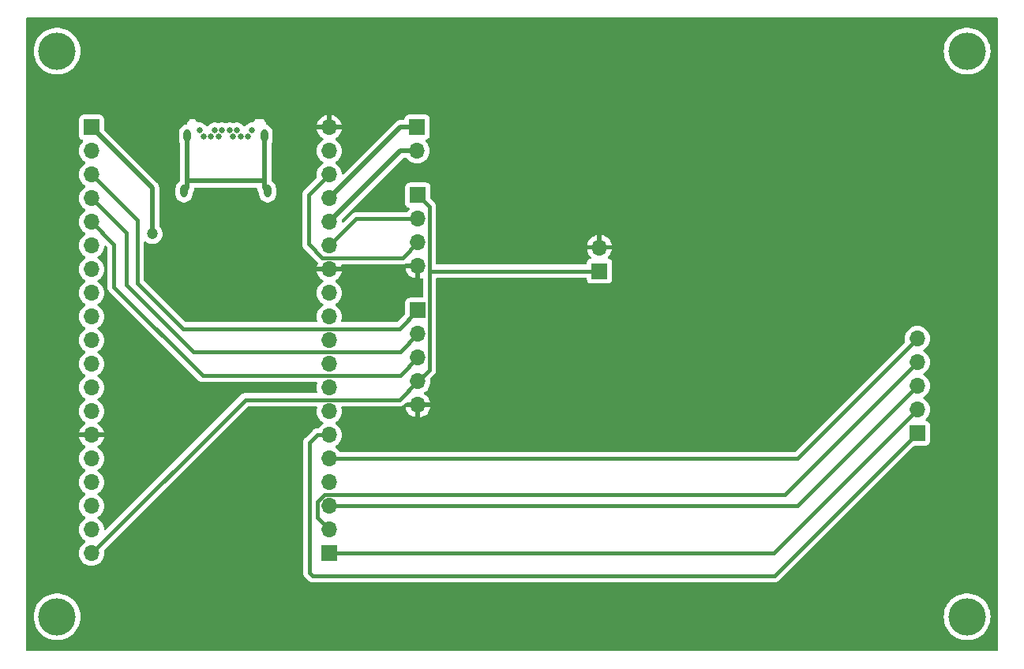
<source format=gbr>
%TF.GenerationSoftware,KiCad,Pcbnew,(7.0.0)*%
%TF.CreationDate,2023-03-31T23:37:10+02:00*%
%TF.ProjectId,display-brain-final,64697370-6c61-4792-9d62-7261696e2d66,rev?*%
%TF.SameCoordinates,Original*%
%TF.FileFunction,Copper,L2,Bot*%
%TF.FilePolarity,Positive*%
%FSLAX46Y46*%
G04 Gerber Fmt 4.6, Leading zero omitted, Abs format (unit mm)*
G04 Created by KiCad (PCBNEW (7.0.0)) date 2023-03-31 23:37:10*
%MOMM*%
%LPD*%
G01*
G04 APERTURE LIST*
%TA.AperFunction,ComponentPad*%
%ADD10C,4.000000*%
%TD*%
%TA.AperFunction,ComponentPad*%
%ADD11R,1.700000X1.700000*%
%TD*%
%TA.AperFunction,ComponentPad*%
%ADD12O,1.700000X1.700000*%
%TD*%
%TA.AperFunction,ComponentPad*%
%ADD13C,0.650000*%
%TD*%
%TA.AperFunction,ComponentPad*%
%ADD14O,0.800000X1.400000*%
%TD*%
%TA.AperFunction,ViaPad*%
%ADD15C,1.200000*%
%TD*%
%TA.AperFunction,Conductor*%
%ADD16C,0.500000*%
%TD*%
%TA.AperFunction,Conductor*%
%ADD17C,0.400000*%
%TD*%
G04 APERTURE END LIST*
D10*
%TO.P,TP2,1,1*%
%TO.N,unconnected-(TP2-Pad1)*%
X129400000Y-52300000D03*
%TD*%
D11*
%TO.P,J3,1,Pin_1*%
%TO.N,/3V3*%
X133099999Y-60479999D03*
D12*
%TO.P,J3,2,Pin_2*%
%TO.N,/EN*%
X133099999Y-63019999D03*
%TO.P,J3,3,Pin_3*%
%TO.N,/SENSOR_VP*%
X133099999Y-65559999D03*
%TO.P,J3,4,Pin_4*%
%TO.N,/SENSOR_VN*%
X133099999Y-68099999D03*
%TO.P,J3,5,Pin_5*%
%TO.N,/IO34*%
X133099999Y-70639999D03*
%TO.P,J3,6,Pin_6*%
%TO.N,/IO35*%
X133099999Y-73179999D03*
%TO.P,J3,7,Pin_7*%
%TO.N,/IO32*%
X133099999Y-75719999D03*
%TO.P,J3,8,Pin_8*%
%TO.N,/IO33*%
X133099999Y-78259999D03*
%TO.P,J3,9,Pin_9*%
%TO.N,/IO25*%
X133099999Y-80799999D03*
%TO.P,J3,10,Pin_10*%
%TO.N,/IO26*%
X133099999Y-83339999D03*
%TO.P,J3,11,Pin_11*%
%TO.N,/IO27*%
X133099999Y-85879999D03*
%TO.P,J3,12,Pin_12*%
%TO.N,/IO14*%
X133099999Y-88419999D03*
%TO.P,J3,13,Pin_13*%
%TO.N,/IO12*%
X133099999Y-90959999D03*
%TO.P,J3,14,Pin_14*%
%TO.N,GND*%
X133099999Y-93499999D03*
%TO.P,J3,15,Pin_15*%
%TO.N,/IO13*%
X133099999Y-96039999D03*
%TO.P,J3,16,Pin_16*%
%TO.N,/SD2*%
X133099999Y-98579999D03*
%TO.P,J3,17,Pin_17*%
%TO.N,/SD3*%
X133099999Y-101119999D03*
%TO.P,J3,18,Pin_18*%
%TO.N,/CMD*%
X133099999Y-103659999D03*
%TO.P,J3,19,Pin_19*%
%TO.N,/ESP_5V*%
X133099999Y-106199999D03*
%TD*%
D11*
%TO.P,J5,1,Pin_1*%
%TO.N,/ESP_5V*%
X168099999Y-67759999D03*
D12*
%TO.P,J5,2,Pin_2*%
%TO.N,/IO21_SDA*%
X168099999Y-70299999D03*
%TO.P,J5,3,Pin_3*%
%TO.N,/IO22_SCL*%
X168099999Y-72839999D03*
%TO.P,J5,4,Pin_4*%
%TO.N,GND*%
X168099999Y-75379999D03*
%TD*%
D11*
%TO.P,J4,1,Pin_1*%
%TO.N,/CLK*%
X158599999Y-106199999D03*
D12*
%TO.P,J4,2,Pin_2*%
%TO.N,/SD0*%
X158599999Y-103659999D03*
%TO.P,J4,3,Pin_3*%
%TO.N,/SD1*%
X158599999Y-101119999D03*
%TO.P,J4,4,Pin_4*%
%TO.N,/IO15*%
X158599999Y-98579999D03*
%TO.P,J4,5,Pin_5*%
%TO.N,/IO2*%
X158599999Y-96039999D03*
%TO.P,J4,6,Pin_6*%
%TO.N,/IO0*%
X158599999Y-93499999D03*
%TO.P,J4,7,Pin_7*%
%TO.N,/IO4*%
X158599999Y-90959999D03*
%TO.P,J4,8,Pin_8*%
%TO.N,/IO16*%
X158599999Y-88419999D03*
%TO.P,J4,9,Pin_9*%
%TO.N,/IO17*%
X158599999Y-85879999D03*
%TO.P,J4,10,Pin_10*%
%TO.N,/IO5_SS*%
X158599999Y-83339999D03*
%TO.P,J4,11,Pin_11*%
%TO.N,/IO18_SCK*%
X158599999Y-80799999D03*
%TO.P,J4,12,Pin_12*%
%TO.N,/IO19_MISO*%
X158599999Y-78259999D03*
%TO.P,J4,13,Pin_13*%
%TO.N,GND*%
X158599999Y-75719999D03*
%TO.P,J4,14,Pin_14*%
%TO.N,/IO21_SDA*%
X158599999Y-73179999D03*
%TO.P,J4,15,Pin_15*%
%TO.N,/RXD0*%
X158599999Y-70639999D03*
%TO.P,J4,16,Pin_16*%
%TO.N,/TXD0*%
X158599999Y-68099999D03*
%TO.P,J4,17,Pin_17*%
%TO.N,/IO22_SCL*%
X158599999Y-65559999D03*
%TO.P,J4,18,Pin_18*%
%TO.N,/IO23_MOSI*%
X158599999Y-63019999D03*
%TO.P,J4,19,Pin_19*%
%TO.N,GND*%
X158599999Y-60479999D03*
%TD*%
D11*
%TO.P,J2,1,Pin_1*%
%TO.N,/SENSOR_VP*%
X168099999Y-80119999D03*
D12*
%TO.P,J2,2,Pin_2*%
%TO.N,/SENSOR_VN*%
X168099999Y-82659999D03*
%TO.P,J2,3,Pin_3*%
%TO.N,/IO34*%
X168099999Y-85199999D03*
%TO.P,J2,4,Pin_4*%
%TO.N,/ESP_5V*%
X168099999Y-87739999D03*
%TO.P,J2,5,Pin_5*%
%TO.N,GND*%
X168099999Y-90279999D03*
%TD*%
D11*
%TO.P,J6,1,Pin_1*%
%TO.N,/IO0*%
X221664577Y-93309757D03*
D12*
%TO.P,J6,2,Pin_2*%
%TO.N,/CLK*%
X221664577Y-90769757D03*
%TO.P,J6,3,Pin_3*%
%TO.N,/SD1*%
X221664577Y-88229757D03*
%TO.P,J6,4,Pin_4*%
%TO.N,/SD0*%
X221664577Y-85689757D03*
%TO.P,J6,5,Pin_5*%
%TO.N,/IO2*%
X221664577Y-83149757D03*
%TD*%
D10*
%TO.P,TP3,1,1*%
%TO.N,unconnected-(TP3-Pad1)*%
X129400000Y-113000000D03*
%TD*%
%TO.P,TP1,1,1*%
%TO.N,unconnected-(TP1-Pad1)*%
X227000000Y-52300000D03*
%TD*%
%TO.P,TP4,1,1*%
%TO.N,unconnected-(TP4-Pad1)*%
X227000000Y-113000000D03*
%TD*%
D13*
%TO.P,P1,B1,GND*%
%TO.N,Net-(FB1-Pad2)*%
X150300000Y-60790000D03*
%TO.P,P1,B2*%
%TO.N,N/C*%
X149900000Y-61490000D03*
%TO.P,P1,B3*%
X149100000Y-61490000D03*
%TO.P,P1,B4,VBUS*%
%TO.N,Net-(U3-VI)*%
X148700000Y-60790000D03*
%TO.P,P1,B5,VCONN*%
%TO.N,unconnected-(P1-VCONN-PadB5)*%
X148300000Y-61490000D03*
%TO.P,P1,B6*%
%TO.N,N/C*%
X147900000Y-60790000D03*
%TO.P,P1,B7*%
X147100000Y-60790000D03*
%TO.P,P1,B8*%
X146700000Y-61490000D03*
%TO.P,P1,B9,VBUS*%
%TO.N,Net-(U3-VI)*%
X146300000Y-60790000D03*
%TO.P,P1,B10*%
%TO.N,N/C*%
X145900000Y-61490000D03*
%TO.P,P1,B11*%
X145100000Y-61490000D03*
%TO.P,P1,B12,GND*%
%TO.N,Net-(FB1-Pad2)*%
X144700000Y-60790000D03*
D14*
%TO.P,P1,S1,SHIELD*%
%TO.N,Net-(P1-SHIELD)*%
X143009999Y-67339999D03*
X143369999Y-61389999D03*
X151629999Y-61389999D03*
X151989999Y-67339999D03*
%TD*%
D11*
%TO.P,J7,1,Pin_1*%
%TO.N,/TXD0*%
X168024999Y-60449999D03*
D12*
%TO.P,J7,2,Pin_2*%
%TO.N,/RXD0*%
X168024999Y-62989999D03*
%TD*%
D11*
%TO.P,J1,1,Pin_1*%
%TO.N,/ESP_5V*%
X187568342Y-75899757D03*
D12*
%TO.P,J1,2,Pin_2*%
%TO.N,GND*%
X187568342Y-73359757D03*
%TD*%
D15*
%TO.N,/3V3*%
X139600000Y-71900000D03*
%TD*%
D16*
%TO.N,Net-(P1-SHIELD)*%
X151630000Y-66980000D02*
X151990000Y-67340000D01*
X143370000Y-66100000D02*
X143370000Y-66980000D01*
X151630000Y-61390000D02*
X151630000Y-66200000D01*
X143370000Y-61390000D02*
X143370000Y-66100000D01*
X151630000Y-66200000D02*
X143470000Y-66200000D01*
X151630000Y-66200000D02*
X151630000Y-66980000D01*
X143370000Y-66980000D02*
X143010000Y-67340000D01*
D17*
%TO.N,/SENSOR_VP*%
X133100000Y-65560000D02*
X138000000Y-70460000D01*
X138000000Y-77200000D02*
X142890000Y-82090000D01*
X138000000Y-70460000D02*
X138000000Y-77200000D01*
X142890000Y-82090000D02*
X166130000Y-82090000D01*
X166130000Y-82090000D02*
X168100000Y-80120000D01*
%TO.N,/SENSOR_VN*%
X133100000Y-68100000D02*
X136800000Y-71800000D01*
X136800000Y-77400000D02*
X143990000Y-84590000D01*
X143990000Y-84590000D02*
X166170000Y-84590000D01*
X136800000Y-71800000D02*
X136800000Y-77400000D01*
X166170000Y-84590000D02*
X168100000Y-82660000D01*
%TO.N,/IO34*%
X133100000Y-70640000D02*
X135500000Y-73040000D01*
X135500000Y-73040000D02*
X135500000Y-77600000D01*
X145030000Y-87130000D02*
X166170000Y-87130000D01*
X166170000Y-87130000D02*
X168100000Y-85200000D01*
X135500000Y-77600000D02*
X145030000Y-87130000D01*
%TO.N,/ESP_5V*%
X168100000Y-87740000D02*
X166130000Y-89710000D01*
X168100000Y-67760000D02*
X169350000Y-69010000D01*
X166130000Y-89710000D02*
X149590000Y-89710000D01*
X169350000Y-86490000D02*
X168100000Y-87740000D01*
X187568343Y-75899758D02*
X169350242Y-75899758D01*
X169350000Y-69010000D02*
X169350000Y-75900000D01*
X149590000Y-89710000D02*
X133100000Y-106200000D01*
X169350242Y-75899758D02*
X169350000Y-75900000D01*
X169350000Y-75900000D02*
X169350000Y-86490000D01*
D16*
%TO.N,/3V3*%
X139600000Y-71900000D02*
X139600000Y-66980000D01*
X139600000Y-66980000D02*
X133100000Y-60480000D01*
D17*
%TO.N,/CLK*%
X206234336Y-106200000D02*
X221664578Y-90769758D01*
X158600000Y-106200000D02*
X206234336Y-106200000D01*
%TO.N,/SD0*%
X207484336Y-99870000D02*
X158082233Y-99870000D01*
X221664578Y-85689758D02*
X207484336Y-99870000D01*
X158082233Y-99870000D02*
X157300000Y-100652233D01*
X157300000Y-102360000D02*
X158600000Y-103660000D01*
X157300000Y-100652233D02*
X157300000Y-102360000D01*
%TO.N,/SD1*%
X221664578Y-88229758D02*
X208774336Y-101120000D01*
X208774336Y-101120000D02*
X158600000Y-101120000D01*
%TO.N,/IO2*%
X208774336Y-96040000D02*
X158600000Y-96040000D01*
X221664578Y-83149758D02*
X208774336Y-96040000D01*
%TO.N,/IO0*%
X206374336Y-108600000D02*
X156800000Y-108600000D01*
X221664578Y-93309758D02*
X206374336Y-108600000D01*
X157300000Y-93500000D02*
X158600000Y-93500000D01*
X156500000Y-108300000D02*
X156500000Y-94300000D01*
X156500000Y-94300000D02*
X157300000Y-93500000D01*
X156800000Y-108600000D02*
X156500000Y-108300000D01*
%TO.N,/IO21_SDA*%
X161480000Y-70300000D02*
X158600000Y-73180000D01*
X168100000Y-70300000D02*
X161480000Y-70300000D01*
D16*
%TO.N,/RXD0*%
X166250000Y-62990000D02*
X158600000Y-70640000D01*
X168025000Y-62990000D02*
X166250000Y-62990000D01*
%TO.N,/TXD0*%
X168025000Y-60450000D02*
X166250000Y-60450000D01*
X166250000Y-60450000D02*
X158600000Y-68100000D01*
D17*
%TO.N,/IO22_SCL*%
X157870000Y-74470000D02*
X166470000Y-74470000D01*
X156400000Y-73000000D02*
X157870000Y-74470000D01*
X166470000Y-74470000D02*
X168100000Y-72840000D01*
X158600000Y-65560000D02*
X156400000Y-67760000D01*
X156400000Y-67760000D02*
X156400000Y-73000000D01*
%TD*%
%TA.AperFunction,Conductor*%
%TO.N,GND*%
G36*
X230237500Y-48717113D02*
G01*
X230282887Y-48762500D01*
X230299500Y-48824500D01*
X230299500Y-116575500D01*
X230282887Y-116637500D01*
X230237500Y-116682887D01*
X230175500Y-116699500D01*
X126224500Y-116699500D01*
X126162500Y-116682887D01*
X126117113Y-116637500D01*
X126100500Y-116575500D01*
X126100500Y-113000000D01*
X126894556Y-113000000D01*
X126914312Y-113314015D01*
X126915039Y-113317827D01*
X126915041Y-113317841D01*
X126972538Y-113619249D01*
X126973269Y-113623079D01*
X127070497Y-113922315D01*
X127204463Y-114207007D01*
X127206545Y-114210288D01*
X127206548Y-114210293D01*
X127370962Y-114469369D01*
X127370966Y-114469375D01*
X127373053Y-114472663D01*
X127573610Y-114715094D01*
X127802970Y-114930478D01*
X128057516Y-115115416D01*
X128333234Y-115266994D01*
X128625775Y-115382819D01*
X128930527Y-115461066D01*
X129242682Y-115500500D01*
X129553423Y-115500500D01*
X129557318Y-115500500D01*
X129869473Y-115461066D01*
X130174225Y-115382819D01*
X130466766Y-115266994D01*
X130742484Y-115115416D01*
X130997030Y-114930478D01*
X131226390Y-114715094D01*
X131426947Y-114472663D01*
X131595537Y-114207007D01*
X131729503Y-113922315D01*
X131826731Y-113623079D01*
X131885688Y-113314015D01*
X131905444Y-113000000D01*
X224494556Y-113000000D01*
X224514312Y-113314015D01*
X224515039Y-113317827D01*
X224515041Y-113317841D01*
X224572538Y-113619249D01*
X224573269Y-113623079D01*
X224670497Y-113922315D01*
X224804463Y-114207007D01*
X224806545Y-114210288D01*
X224806548Y-114210293D01*
X224970962Y-114469369D01*
X224970966Y-114469375D01*
X224973053Y-114472663D01*
X225173610Y-114715094D01*
X225402970Y-114930478D01*
X225657516Y-115115416D01*
X225933234Y-115266994D01*
X226225775Y-115382819D01*
X226530527Y-115461066D01*
X226842682Y-115500500D01*
X227153423Y-115500500D01*
X227157318Y-115500500D01*
X227469473Y-115461066D01*
X227774225Y-115382819D01*
X228066766Y-115266994D01*
X228342484Y-115115416D01*
X228597030Y-114930478D01*
X228826390Y-114715094D01*
X229026947Y-114472663D01*
X229195537Y-114207007D01*
X229329503Y-113922315D01*
X229426731Y-113623079D01*
X229485688Y-113314015D01*
X229505444Y-113000000D01*
X229485688Y-112685985D01*
X229426731Y-112376921D01*
X229329503Y-112077685D01*
X229195537Y-111792993D01*
X229026947Y-111527337D01*
X228826390Y-111284906D01*
X228597030Y-111069522D01*
X228342484Y-110884584D01*
X228339081Y-110882713D01*
X228339076Y-110882710D01*
X228070183Y-110734884D01*
X228070176Y-110734880D01*
X228066766Y-110733006D01*
X228063140Y-110731570D01*
X228063135Y-110731568D01*
X227777847Y-110618615D01*
X227777846Y-110618614D01*
X227774225Y-110617181D01*
X227770455Y-110616213D01*
X227770452Y-110616212D01*
X227473256Y-110539905D01*
X227473251Y-110539904D01*
X227469473Y-110538934D01*
X227465602Y-110538445D01*
X227465597Y-110538444D01*
X227161184Y-110499988D01*
X227161177Y-110499987D01*
X227157318Y-110499500D01*
X226842682Y-110499500D01*
X226838823Y-110499987D01*
X226838815Y-110499988D01*
X226534402Y-110538444D01*
X226534394Y-110538445D01*
X226530527Y-110538934D01*
X226526751Y-110539903D01*
X226526743Y-110539905D01*
X226229547Y-110616212D01*
X226229539Y-110616214D01*
X226225775Y-110617181D01*
X226222158Y-110618612D01*
X226222152Y-110618615D01*
X225936864Y-110731568D01*
X225936853Y-110731572D01*
X225933234Y-110733006D01*
X225929829Y-110734877D01*
X225929816Y-110734884D01*
X225660923Y-110882710D01*
X225660911Y-110882717D01*
X225657516Y-110884584D01*
X225654372Y-110886867D01*
X225654366Y-110886872D01*
X225406126Y-111067228D01*
X225406115Y-111067236D01*
X225402970Y-111069522D01*
X225400135Y-111072183D01*
X225400128Y-111072190D01*
X225176447Y-111282241D01*
X225176440Y-111282248D01*
X225173610Y-111284906D01*
X225171135Y-111287897D01*
X225171131Y-111287902D01*
X224975536Y-111524334D01*
X224975526Y-111524346D01*
X224973053Y-111527337D01*
X224970971Y-111530616D01*
X224970962Y-111530630D01*
X224806548Y-111789706D01*
X224806541Y-111789717D01*
X224804463Y-111792993D01*
X224802810Y-111796504D01*
X224802807Y-111796511D01*
X224672153Y-112074165D01*
X224670497Y-112077685D01*
X224573269Y-112376921D01*
X224572540Y-112380741D01*
X224572538Y-112380750D01*
X224515041Y-112682158D01*
X224515038Y-112682174D01*
X224514312Y-112685985D01*
X224494556Y-113000000D01*
X131905444Y-113000000D01*
X131885688Y-112685985D01*
X131826731Y-112376921D01*
X131729503Y-112077685D01*
X131595537Y-111792993D01*
X131426947Y-111527337D01*
X131226390Y-111284906D01*
X130997030Y-111069522D01*
X130742484Y-110884584D01*
X130739081Y-110882713D01*
X130739076Y-110882710D01*
X130470183Y-110734884D01*
X130470176Y-110734880D01*
X130466766Y-110733006D01*
X130463140Y-110731570D01*
X130463135Y-110731568D01*
X130177847Y-110618615D01*
X130177846Y-110618614D01*
X130174225Y-110617181D01*
X130170455Y-110616213D01*
X130170452Y-110616212D01*
X129873256Y-110539905D01*
X129873251Y-110539904D01*
X129869473Y-110538934D01*
X129865602Y-110538445D01*
X129865597Y-110538444D01*
X129561184Y-110499988D01*
X129561177Y-110499987D01*
X129557318Y-110499500D01*
X129242682Y-110499500D01*
X129238823Y-110499987D01*
X129238815Y-110499988D01*
X128934402Y-110538444D01*
X128934394Y-110538445D01*
X128930527Y-110538934D01*
X128926751Y-110539903D01*
X128926743Y-110539905D01*
X128629547Y-110616212D01*
X128629539Y-110616214D01*
X128625775Y-110617181D01*
X128622158Y-110618612D01*
X128622152Y-110618615D01*
X128336864Y-110731568D01*
X128336853Y-110731572D01*
X128333234Y-110733006D01*
X128329829Y-110734877D01*
X128329816Y-110734884D01*
X128060923Y-110882710D01*
X128060911Y-110882717D01*
X128057516Y-110884584D01*
X128054372Y-110886867D01*
X128054366Y-110886872D01*
X127806126Y-111067228D01*
X127806115Y-111067236D01*
X127802970Y-111069522D01*
X127800135Y-111072183D01*
X127800128Y-111072190D01*
X127576447Y-111282241D01*
X127576440Y-111282248D01*
X127573610Y-111284906D01*
X127571135Y-111287897D01*
X127571131Y-111287902D01*
X127375536Y-111524334D01*
X127375526Y-111524346D01*
X127373053Y-111527337D01*
X127370971Y-111530616D01*
X127370962Y-111530630D01*
X127206548Y-111789706D01*
X127206541Y-111789717D01*
X127204463Y-111792993D01*
X127202810Y-111796504D01*
X127202807Y-111796511D01*
X127072153Y-112074165D01*
X127070497Y-112077685D01*
X126973269Y-112376921D01*
X126972540Y-112380741D01*
X126972538Y-112380750D01*
X126915041Y-112682158D01*
X126915038Y-112682174D01*
X126914312Y-112685985D01*
X126894556Y-113000000D01*
X126100500Y-113000000D01*
X126100500Y-106200000D01*
X131744341Y-106200000D01*
X131764937Y-106435408D01*
X131766336Y-106440630D01*
X131766337Y-106440634D01*
X131824694Y-106658430D01*
X131824697Y-106658438D01*
X131826097Y-106663663D01*
X131828385Y-106668570D01*
X131828386Y-106668572D01*
X131923678Y-106872927D01*
X131923681Y-106872933D01*
X131925965Y-106877830D01*
X131929064Y-106882257D01*
X131929066Y-106882259D01*
X132058399Y-107066966D01*
X132058402Y-107066970D01*
X132061505Y-107071401D01*
X132228599Y-107238495D01*
X132233031Y-107241598D01*
X132233033Y-107241600D01*
X132377260Y-107342589D01*
X132422170Y-107374035D01*
X132636337Y-107473903D01*
X132864592Y-107535063D01*
X133100000Y-107555659D01*
X133335408Y-107535063D01*
X133563663Y-107473903D01*
X133777830Y-107374035D01*
X133971401Y-107238495D01*
X134138495Y-107071401D01*
X134274035Y-106877830D01*
X134373903Y-106663663D01*
X134435063Y-106435408D01*
X134455659Y-106200000D01*
X134435063Y-105964592D01*
X134430557Y-105947778D01*
X134430557Y-105883594D01*
X134462649Y-105828006D01*
X149843837Y-90446819D01*
X149884066Y-90419939D01*
X149931519Y-90410500D01*
X157187497Y-90410500D01*
X157242341Y-90423288D01*
X157285873Y-90459013D01*
X157309114Y-90510308D01*
X157307272Y-90566593D01*
X157266337Y-90719365D01*
X157266335Y-90719371D01*
X157264937Y-90724592D01*
X157264465Y-90729977D01*
X157264465Y-90729982D01*
X157259050Y-90791881D01*
X157244341Y-90960000D01*
X157244813Y-90965395D01*
X157261393Y-91154909D01*
X157264937Y-91195408D01*
X157266336Y-91200630D01*
X157266337Y-91200634D01*
X157324694Y-91418430D01*
X157324697Y-91418438D01*
X157326097Y-91423663D01*
X157328385Y-91428570D01*
X157328386Y-91428572D01*
X157423678Y-91632927D01*
X157423681Y-91632933D01*
X157425965Y-91637830D01*
X157429064Y-91642257D01*
X157429066Y-91642259D01*
X157558399Y-91826966D01*
X157558402Y-91826970D01*
X157561505Y-91831401D01*
X157728599Y-91998495D01*
X157733032Y-92001599D01*
X157733038Y-92001604D01*
X157914158Y-92128425D01*
X157953024Y-92172743D01*
X157967035Y-92230000D01*
X157953024Y-92287257D01*
X157914159Y-92331575D01*
X157733041Y-92458395D01*
X157728599Y-92461505D01*
X157724775Y-92465328D01*
X157724769Y-92465334D01*
X157565334Y-92624769D01*
X157565328Y-92624775D01*
X157561505Y-92628599D01*
X157558402Y-92633029D01*
X157558399Y-92633034D01*
X157478864Y-92746623D01*
X157434546Y-92785489D01*
X157377289Y-92799500D01*
X157324921Y-92799500D01*
X157317433Y-92799274D01*
X157264881Y-92796094D01*
X157264873Y-92796094D01*
X157257394Y-92795642D01*
X157250018Y-92796993D01*
X157250011Y-92796994D01*
X157198228Y-92806483D01*
X157190828Y-92807610D01*
X157138569Y-92813956D01*
X157138565Y-92813956D01*
X157131128Y-92814860D01*
X157124119Y-92817517D01*
X157124114Y-92817519D01*
X157121643Y-92818456D01*
X157100053Y-92824474D01*
X157097452Y-92824950D01*
X157097438Y-92824954D01*
X157090069Y-92826305D01*
X157083232Y-92829381D01*
X157083232Y-92829382D01*
X157035226Y-92850987D01*
X157028310Y-92853851D01*
X156979082Y-92872521D01*
X156979070Y-92872526D01*
X156972070Y-92875182D01*
X156965904Y-92879437D01*
X156965894Y-92879443D01*
X156963717Y-92880946D01*
X156944195Y-92891957D01*
X156941783Y-92893042D01*
X156941771Y-92893048D01*
X156934944Y-92896122D01*
X156929048Y-92900740D01*
X156929043Y-92900744D01*
X156887608Y-92933205D01*
X156881581Y-92937640D01*
X156838245Y-92967554D01*
X156838238Y-92967559D01*
X156832071Y-92971817D01*
X156827102Y-92977425D01*
X156827096Y-92977431D01*
X156792184Y-93016838D01*
X156787051Y-93022290D01*
X156022290Y-93787051D01*
X156016838Y-93792184D01*
X155977431Y-93827096D01*
X155977425Y-93827102D01*
X155971817Y-93832071D01*
X155967560Y-93838236D01*
X155967551Y-93838248D01*
X155937649Y-93881568D01*
X155933213Y-93887597D01*
X155900749Y-93929035D01*
X155900743Y-93929043D01*
X155896122Y-93934943D01*
X155893044Y-93941780D01*
X155893043Y-93941783D01*
X155891962Y-93944185D01*
X155880940Y-93963727D01*
X155879441Y-93965898D01*
X155879437Y-93965904D01*
X155875182Y-93972070D01*
X155872526Y-93979070D01*
X155872522Y-93979080D01*
X155853853Y-94028305D01*
X155850989Y-94035219D01*
X155829382Y-94083229D01*
X155829379Y-94083235D01*
X155826305Y-94090068D01*
X155824953Y-94097439D01*
X155824951Y-94097449D01*
X155824474Y-94100053D01*
X155818456Y-94121643D01*
X155817519Y-94124114D01*
X155817517Y-94124119D01*
X155814860Y-94131128D01*
X155813956Y-94138565D01*
X155813956Y-94138569D01*
X155807610Y-94190827D01*
X155806483Y-94198226D01*
X155796994Y-94250010D01*
X155796993Y-94250018D01*
X155795642Y-94257394D01*
X155796094Y-94264873D01*
X155796094Y-94264881D01*
X155799274Y-94317433D01*
X155799500Y-94324921D01*
X155799500Y-108275079D01*
X155799274Y-108282567D01*
X155796094Y-108335118D01*
X155796094Y-108335126D01*
X155795642Y-108342606D01*
X155796993Y-108349982D01*
X155796994Y-108349987D01*
X155806483Y-108401771D01*
X155807610Y-108409171D01*
X155813955Y-108461425D01*
X155813956Y-108461430D01*
X155814860Y-108468872D01*
X155817519Y-108475885D01*
X155817521Y-108475891D01*
X155818450Y-108478340D01*
X155824475Y-108499952D01*
X155824951Y-108502551D01*
X155824954Y-108502560D01*
X155826305Y-108509932D01*
X155829382Y-108516769D01*
X155829383Y-108516772D01*
X155850991Y-108564784D01*
X155853857Y-108571702D01*
X155875182Y-108627930D01*
X155879442Y-108634102D01*
X155879445Y-108634107D01*
X155880937Y-108636268D01*
X155891959Y-108655810D01*
X155893039Y-108658210D01*
X155893044Y-108658219D01*
X155896122Y-108665057D01*
X155900745Y-108670958D01*
X155900747Y-108670961D01*
X155933216Y-108712404D01*
X155937636Y-108718410D01*
X155971817Y-108767929D01*
X156016847Y-108807822D01*
X156022282Y-108812939D01*
X156287059Y-109077716D01*
X156292193Y-109083170D01*
X156332071Y-109128183D01*
X156381577Y-109162355D01*
X156387597Y-109166785D01*
X156434943Y-109203878D01*
X156441779Y-109206954D01*
X156441785Y-109206958D01*
X156444179Y-109208035D01*
X156463733Y-109219063D01*
X156472070Y-109224818D01*
X156479084Y-109227478D01*
X156479088Y-109227480D01*
X156528297Y-109246142D01*
X156535212Y-109249006D01*
X156590068Y-109273695D01*
X156600042Y-109275522D01*
X156621656Y-109281547D01*
X156631128Y-109285140D01*
X156688453Y-109292100D01*
X156690814Y-109292387D01*
X156698222Y-109293514D01*
X156757394Y-109304358D01*
X156817433Y-109300725D01*
X156824921Y-109300500D01*
X206349415Y-109300500D01*
X206356902Y-109300725D01*
X206416942Y-109304358D01*
X206476118Y-109293513D01*
X206483517Y-109292387D01*
X206543208Y-109285140D01*
X206552668Y-109281551D01*
X206574295Y-109275522D01*
X206584268Y-109273695D01*
X206639144Y-109248996D01*
X206646009Y-109246152D01*
X206702266Y-109224818D01*
X206710600Y-109219064D01*
X206730157Y-109208034D01*
X206739393Y-109203878D01*
X206786749Y-109166775D01*
X206792756Y-109162355D01*
X206842265Y-109128183D01*
X206882158Y-109083151D01*
X206887260Y-109077731D01*
X221268415Y-94696575D01*
X221308643Y-94669696D01*
X221356096Y-94660257D01*
X222559139Y-94660257D01*
X222562450Y-94660257D01*
X222622061Y-94653849D01*
X222756909Y-94603554D01*
X222872124Y-94517304D01*
X222958374Y-94402089D01*
X223008669Y-94267241D01*
X223015078Y-94207631D01*
X223015077Y-92411886D01*
X223008669Y-92352275D01*
X222958374Y-92217427D01*
X222872124Y-92102212D01*
X222756909Y-92015962D01*
X222686937Y-91989864D01*
X222625494Y-91966947D01*
X222575115Y-91931968D01*
X222547662Y-91877123D01*
X222549851Y-91815830D01*
X222581144Y-91763087D01*
X222703073Y-91641159D01*
X222838613Y-91447588D01*
X222938481Y-91233421D01*
X222999641Y-91005166D01*
X223020237Y-90769758D01*
X222999641Y-90534350D01*
X222941391Y-90316955D01*
X222939883Y-90311327D01*
X222939882Y-90311325D01*
X222938481Y-90306095D01*
X222838613Y-90091929D01*
X222703073Y-89898357D01*
X222535979Y-89731263D01*
X222531548Y-89728160D01*
X222531544Y-89728157D01*
X222350419Y-89601332D01*
X222311554Y-89557014D01*
X222297543Y-89499757D01*
X222311554Y-89442500D01*
X222350417Y-89398184D01*
X222535979Y-89268253D01*
X222703073Y-89101159D01*
X222838613Y-88907588D01*
X222938481Y-88693421D01*
X222999641Y-88465166D01*
X223020237Y-88229758D01*
X222999641Y-87994350D01*
X222948556Y-87803695D01*
X222939883Y-87771327D01*
X222939882Y-87771325D01*
X222938481Y-87766095D01*
X222838613Y-87551929D01*
X222703073Y-87358357D01*
X222535979Y-87191263D01*
X222531546Y-87188159D01*
X222531539Y-87188153D01*
X222350420Y-87061333D01*
X222311554Y-87017015D01*
X222297543Y-86959758D01*
X222311554Y-86902501D01*
X222350420Y-86858183D01*
X222531539Y-86731362D01*
X222531539Y-86731361D01*
X222535979Y-86728253D01*
X222703073Y-86561159D01*
X222838613Y-86367588D01*
X222938481Y-86153421D01*
X222999641Y-85925166D01*
X223020237Y-85689758D01*
X222999641Y-85454350D01*
X222948556Y-85263695D01*
X222939883Y-85231327D01*
X222939882Y-85231325D01*
X222938481Y-85226095D01*
X222838613Y-85011929D01*
X222703073Y-84818357D01*
X222535979Y-84651263D01*
X222531548Y-84648160D01*
X222531544Y-84648157D01*
X222350419Y-84521332D01*
X222311554Y-84477014D01*
X222297543Y-84419757D01*
X222311554Y-84362500D01*
X222350417Y-84318184D01*
X222535979Y-84188253D01*
X222703073Y-84021159D01*
X222838613Y-83827588D01*
X222938481Y-83613421D01*
X222999641Y-83385166D01*
X223020237Y-83149758D01*
X222999641Y-82914350D01*
X222941391Y-82696955D01*
X222939883Y-82691327D01*
X222939882Y-82691325D01*
X222938481Y-82686095D01*
X222838613Y-82471929D01*
X222703073Y-82278357D01*
X222535979Y-82111263D01*
X222531548Y-82108160D01*
X222531544Y-82108157D01*
X222346837Y-81978824D01*
X222346835Y-81978822D01*
X222342408Y-81975723D01*
X222337511Y-81973439D01*
X222337505Y-81973436D01*
X222133150Y-81878144D01*
X222133148Y-81878143D01*
X222128241Y-81875855D01*
X222123016Y-81874455D01*
X222123008Y-81874452D01*
X221905212Y-81816095D01*
X221905208Y-81816094D01*
X221899986Y-81814695D01*
X221894598Y-81814223D01*
X221894595Y-81814223D01*
X221669973Y-81794571D01*
X221664578Y-81794099D01*
X221659183Y-81794571D01*
X221434560Y-81814223D01*
X221434555Y-81814223D01*
X221429170Y-81814695D01*
X221423949Y-81816093D01*
X221423943Y-81816095D01*
X221206147Y-81874452D01*
X221206135Y-81874456D01*
X221200915Y-81875855D01*
X221196010Y-81878141D01*
X221196005Y-81878144D01*
X220991659Y-81973433D01*
X220991655Y-81973435D01*
X220986749Y-81975723D01*
X220982316Y-81978826D01*
X220982309Y-81978831D01*
X220797612Y-82108157D01*
X220797607Y-82108160D01*
X220793177Y-82111263D01*
X220789353Y-82115086D01*
X220789347Y-82115092D01*
X220629912Y-82274527D01*
X220629906Y-82274533D01*
X220626083Y-82278357D01*
X220622980Y-82282787D01*
X220622977Y-82282792D01*
X220493651Y-82467489D01*
X220493646Y-82467496D01*
X220490543Y-82471929D01*
X220488255Y-82476835D01*
X220488253Y-82476839D01*
X220392964Y-82681185D01*
X220392961Y-82681190D01*
X220390675Y-82686095D01*
X220389276Y-82691315D01*
X220389272Y-82691327D01*
X220330915Y-82909123D01*
X220330913Y-82909129D01*
X220329515Y-82914350D01*
X220329043Y-82919735D01*
X220329043Y-82919740D01*
X220319222Y-83031994D01*
X220308919Y-83149758D01*
X220329515Y-83385166D01*
X220330915Y-83390391D01*
X220334021Y-83401984D01*
X220334018Y-83466168D01*
X220301925Y-83521752D01*
X208520498Y-95303181D01*
X208480270Y-95330061D01*
X208432817Y-95339500D01*
X159822711Y-95339500D01*
X159765454Y-95325489D01*
X159721136Y-95286623D01*
X159641600Y-95173034D01*
X159638495Y-95168599D01*
X159471401Y-95001505D01*
X159466968Y-94998401D01*
X159466961Y-94998395D01*
X159285842Y-94871575D01*
X159246976Y-94827257D01*
X159232965Y-94770000D01*
X159246976Y-94712743D01*
X159285842Y-94668425D01*
X159466961Y-94541604D01*
X159466961Y-94541603D01*
X159471401Y-94538495D01*
X159638495Y-94371401D01*
X159774035Y-94177830D01*
X159873903Y-93963663D01*
X159935063Y-93735408D01*
X159955659Y-93500000D01*
X159935063Y-93264592D01*
X159873903Y-93036337D01*
X159774035Y-92822171D01*
X159638495Y-92628599D01*
X159471401Y-92461505D01*
X159466968Y-92458401D01*
X159466961Y-92458395D01*
X159285842Y-92331575D01*
X159246976Y-92287257D01*
X159232965Y-92230000D01*
X159246976Y-92172743D01*
X159285842Y-92128425D01*
X159466961Y-92001604D01*
X159466961Y-92001603D01*
X159471401Y-91998495D01*
X159638495Y-91831401D01*
X159774035Y-91637830D01*
X159873903Y-91423663D01*
X159935063Y-91195408D01*
X159955659Y-90960000D01*
X159935063Y-90724592D01*
X159892728Y-90566593D01*
X159891614Y-90532551D01*
X166772688Y-90532551D01*
X166773056Y-90543780D01*
X166825168Y-90738263D01*
X166828856Y-90748397D01*
X166924113Y-90952676D01*
X166929501Y-90962008D01*
X167058784Y-91146643D01*
X167065721Y-91154909D01*
X167225090Y-91314278D01*
X167233356Y-91321215D01*
X167417991Y-91450498D01*
X167427323Y-91455886D01*
X167631602Y-91551143D01*
X167641736Y-91554831D01*
X167836219Y-91606943D01*
X167847448Y-91607311D01*
X167850000Y-91596369D01*
X168350000Y-91596369D01*
X168352551Y-91607311D01*
X168363780Y-91606943D01*
X168558263Y-91554831D01*
X168568397Y-91551143D01*
X168772676Y-91455886D01*
X168782008Y-91450498D01*
X168966643Y-91321215D01*
X168974909Y-91314278D01*
X169134278Y-91154909D01*
X169141215Y-91146643D01*
X169270498Y-90962008D01*
X169275886Y-90952676D01*
X169371143Y-90748397D01*
X169374831Y-90738263D01*
X169426943Y-90543780D01*
X169427311Y-90532551D01*
X169416369Y-90530000D01*
X168366326Y-90530000D01*
X168353450Y-90533450D01*
X168350000Y-90546326D01*
X168350000Y-91596369D01*
X167850000Y-91596369D01*
X167850000Y-90546326D01*
X167846549Y-90533450D01*
X167833674Y-90530000D01*
X166783631Y-90530000D01*
X166772688Y-90532551D01*
X159891614Y-90532551D01*
X159890886Y-90510308D01*
X159914127Y-90459013D01*
X159957659Y-90423288D01*
X160012503Y-90410500D01*
X166105079Y-90410500D01*
X166112566Y-90410725D01*
X166172606Y-90414358D01*
X166231782Y-90403513D01*
X166239181Y-90402387D01*
X166298872Y-90395140D01*
X166308332Y-90391551D01*
X166329959Y-90385522D01*
X166339932Y-90383695D01*
X166394808Y-90358996D01*
X166401673Y-90356152D01*
X166457930Y-90334818D01*
X166466264Y-90329064D01*
X166485821Y-90318034D01*
X166495057Y-90313878D01*
X166542413Y-90276775D01*
X166548420Y-90272355D01*
X166597929Y-90238183D01*
X166637822Y-90193151D01*
X166642909Y-90187746D01*
X166764340Y-90066315D01*
X166804565Y-90039439D01*
X166852018Y-90030000D01*
X169416369Y-90030000D01*
X169427311Y-90027448D01*
X169426943Y-90016219D01*
X169374831Y-89821736D01*
X169371143Y-89811602D01*
X169275889Y-89607332D01*
X169270491Y-89597982D01*
X169141215Y-89413357D01*
X169134280Y-89405092D01*
X168974909Y-89245721D01*
X168966643Y-89238784D01*
X168785405Y-89111880D01*
X168746540Y-89067562D01*
X168732529Y-89010305D01*
X168746540Y-88953048D01*
X168785406Y-88908730D01*
X168821206Y-88883663D01*
X168971401Y-88778495D01*
X169138495Y-88611401D01*
X169274035Y-88417830D01*
X169373903Y-88203663D01*
X169435063Y-87975408D01*
X169455659Y-87740000D01*
X169435063Y-87504592D01*
X169430557Y-87487778D01*
X169430557Y-87423594D01*
X169462649Y-87368006D01*
X169827731Y-87002924D01*
X169833151Y-86997822D01*
X169878183Y-86957929D01*
X169912355Y-86908420D01*
X169916775Y-86902413D01*
X169953878Y-86855057D01*
X169958034Y-86845821D01*
X169969064Y-86826264D01*
X169974818Y-86817930D01*
X169996145Y-86761690D01*
X169999010Y-86754776D01*
X170009548Y-86731362D01*
X170023695Y-86699931D01*
X170025522Y-86689957D01*
X170031548Y-86668340D01*
X170035140Y-86658872D01*
X170042386Y-86599184D01*
X170043514Y-86591776D01*
X170054358Y-86532606D01*
X170050725Y-86472566D01*
X170050500Y-86465079D01*
X170050500Y-76724258D01*
X170067113Y-76662258D01*
X170112500Y-76616871D01*
X170174500Y-76600258D01*
X186093844Y-76600258D01*
X186155844Y-76616871D01*
X186201231Y-76662258D01*
X186217844Y-76724258D01*
X186217844Y-76797630D01*
X186218196Y-76800908D01*
X186218197Y-76800919D01*
X186223422Y-76849526D01*
X186223423Y-76849531D01*
X186224252Y-76857241D01*
X186226962Y-76864507D01*
X186226963Y-76864511D01*
X186237975Y-76894035D01*
X186274547Y-76992089D01*
X186279861Y-76999188D01*
X186279862Y-76999189D01*
X186344822Y-77085965D01*
X186360797Y-77107304D01*
X186476012Y-77193554D01*
X186610860Y-77243849D01*
X186670470Y-77250258D01*
X188466215Y-77250257D01*
X188525826Y-77243849D01*
X188660674Y-77193554D01*
X188775889Y-77107304D01*
X188862139Y-76992089D01*
X188912434Y-76857241D01*
X188918843Y-76797631D01*
X188918842Y-75001886D01*
X188912434Y-74942275D01*
X188862139Y-74807427D01*
X188775889Y-74692212D01*
X188761586Y-74681505D01*
X188667774Y-74611277D01*
X188667773Y-74611276D01*
X188660674Y-74605962D01*
X188610981Y-74587427D01*
X188528744Y-74556755D01*
X188478364Y-74521776D01*
X188450911Y-74466931D01*
X188453100Y-74405638D01*
X188484396Y-74352891D01*
X188602627Y-74234660D01*
X188609558Y-74226401D01*
X188738841Y-74041766D01*
X188744229Y-74032434D01*
X188839486Y-73828155D01*
X188843174Y-73818021D01*
X188895286Y-73623538D01*
X188895654Y-73612309D01*
X188884712Y-73609758D01*
X186251974Y-73609758D01*
X186241031Y-73612309D01*
X186241399Y-73623538D01*
X186293511Y-73818021D01*
X186297199Y-73828155D01*
X186392456Y-74032434D01*
X186397844Y-74041766D01*
X186527127Y-74226401D01*
X186534064Y-74234667D01*
X186652289Y-74352892D01*
X186683585Y-74405638D01*
X186685774Y-74466931D01*
X186658321Y-74521776D01*
X186607942Y-74556755D01*
X186500999Y-74596642D01*
X186476012Y-74605962D01*
X186468915Y-74611274D01*
X186468911Y-74611277D01*
X186367893Y-74686899D01*
X186367889Y-74686902D01*
X186360797Y-74692212D01*
X186355487Y-74699304D01*
X186355484Y-74699308D01*
X186279862Y-74800326D01*
X186279859Y-74800330D01*
X186274547Y-74807427D01*
X186271447Y-74815736D01*
X186271447Y-74815738D01*
X186226963Y-74935005D01*
X186226962Y-74935008D01*
X186224252Y-74942275D01*
X186223422Y-74949985D01*
X186223422Y-74949990D01*
X186218198Y-74998577D01*
X186218197Y-74998589D01*
X186217843Y-75001885D01*
X186217843Y-75005207D01*
X186217843Y-75075258D01*
X186201230Y-75137258D01*
X186155843Y-75182645D01*
X186093843Y-75199258D01*
X170174500Y-75199258D01*
X170112500Y-75182645D01*
X170067113Y-75137258D01*
X170050500Y-75075258D01*
X170050500Y-73107206D01*
X186241031Y-73107206D01*
X186251974Y-73109758D01*
X187302017Y-73109758D01*
X187314892Y-73106307D01*
X187318343Y-73093432D01*
X187818343Y-73093432D01*
X187821793Y-73106307D01*
X187834669Y-73109758D01*
X188884712Y-73109758D01*
X188895654Y-73107206D01*
X188895286Y-73095977D01*
X188843174Y-72901494D01*
X188839486Y-72891360D01*
X188744232Y-72687090D01*
X188738834Y-72677740D01*
X188609558Y-72493115D01*
X188602623Y-72484850D01*
X188443252Y-72325479D01*
X188434986Y-72318542D01*
X188250351Y-72189259D01*
X188241019Y-72183871D01*
X188036740Y-72088614D01*
X188026606Y-72084926D01*
X187832123Y-72032814D01*
X187820894Y-72032446D01*
X187818343Y-72043389D01*
X187818343Y-73093432D01*
X187318343Y-73093432D01*
X187318343Y-72043389D01*
X187315791Y-72032446D01*
X187304562Y-72032814D01*
X187110079Y-72084926D01*
X187099945Y-72088614D01*
X186895675Y-72183868D01*
X186886325Y-72189266D01*
X186701700Y-72318542D01*
X186693435Y-72325477D01*
X186534062Y-72484850D01*
X186527127Y-72493115D01*
X186397851Y-72677740D01*
X186392453Y-72687090D01*
X186297199Y-72891360D01*
X186293511Y-72901494D01*
X186241399Y-73095977D01*
X186241031Y-73107206D01*
X170050500Y-73107206D01*
X170050500Y-69034921D01*
X170050726Y-69027433D01*
X170053905Y-68974881D01*
X170054358Y-68967394D01*
X170043514Y-68908221D01*
X170042387Y-68900815D01*
X170037362Y-68859431D01*
X170035140Y-68841128D01*
X170031547Y-68831656D01*
X170025522Y-68810041D01*
X170023695Y-68800069D01*
X169999007Y-68745217D01*
X169996141Y-68738296D01*
X169977479Y-68689088D01*
X169974818Y-68682070D01*
X169969063Y-68673733D01*
X169958035Y-68654179D01*
X169956958Y-68651785D01*
X169956954Y-68651779D01*
X169953878Y-68644943D01*
X169916785Y-68597597D01*
X169912355Y-68591577D01*
X169878183Y-68542071D01*
X169833170Y-68502193D01*
X169827716Y-68497059D01*
X169486818Y-68156161D01*
X169459938Y-68115933D01*
X169450499Y-68068480D01*
X169450499Y-66865439D01*
X169450499Y-66862128D01*
X169444091Y-66802517D01*
X169393796Y-66667669D01*
X169307546Y-66552454D01*
X169192331Y-66466204D01*
X169099019Y-66431401D01*
X169064752Y-66418620D01*
X169064750Y-66418619D01*
X169057483Y-66415909D01*
X169049770Y-66415079D01*
X169049767Y-66415079D01*
X169001180Y-66409855D01*
X169001169Y-66409854D01*
X168997873Y-66409500D01*
X168994550Y-66409500D01*
X167205439Y-66409500D01*
X167205420Y-66409500D01*
X167202128Y-66409501D01*
X167198850Y-66409853D01*
X167198838Y-66409854D01*
X167150231Y-66415079D01*
X167150225Y-66415080D01*
X167142517Y-66415909D01*
X167135252Y-66418618D01*
X167135246Y-66418620D01*
X167015980Y-66463104D01*
X167015978Y-66463104D01*
X167007669Y-66466204D01*
X167000572Y-66471516D01*
X167000568Y-66471519D01*
X166899550Y-66547141D01*
X166899546Y-66547144D01*
X166892454Y-66552454D01*
X166887144Y-66559546D01*
X166887141Y-66559550D01*
X166811519Y-66660568D01*
X166811516Y-66660572D01*
X166806204Y-66667669D01*
X166803104Y-66675978D01*
X166803104Y-66675980D01*
X166758620Y-66795247D01*
X166758619Y-66795250D01*
X166755909Y-66802517D01*
X166755079Y-66810227D01*
X166755079Y-66810232D01*
X166749855Y-66858819D01*
X166749854Y-66858831D01*
X166749500Y-66862127D01*
X166749500Y-66865448D01*
X166749500Y-66865449D01*
X166749500Y-68654560D01*
X166749500Y-68654578D01*
X166749501Y-68657872D01*
X166749853Y-68661150D01*
X166749854Y-68661161D01*
X166755079Y-68709768D01*
X166755080Y-68709773D01*
X166755909Y-68717483D01*
X166758619Y-68724749D01*
X166758620Y-68724753D01*
X166789460Y-68807438D01*
X166806204Y-68852331D01*
X166892454Y-68967546D01*
X167007669Y-69053796D01*
X167117405Y-69094725D01*
X167139082Y-69102810D01*
X167189462Y-69137789D01*
X167216915Y-69192633D01*
X167214726Y-69253926D01*
X167183431Y-69306673D01*
X167061505Y-69428599D01*
X167058402Y-69433029D01*
X167058399Y-69433034D01*
X166978864Y-69546623D01*
X166934546Y-69585489D01*
X166877289Y-69599500D01*
X161504921Y-69599500D01*
X161497433Y-69599274D01*
X161444881Y-69596094D01*
X161444873Y-69596094D01*
X161437394Y-69595642D01*
X161430018Y-69596993D01*
X161430010Y-69596994D01*
X161378226Y-69606483D01*
X161370827Y-69607610D01*
X161318569Y-69613956D01*
X161318565Y-69613956D01*
X161311128Y-69614860D01*
X161304119Y-69617517D01*
X161304114Y-69617519D01*
X161301643Y-69618456D01*
X161280053Y-69624474D01*
X161277449Y-69624951D01*
X161277439Y-69624953D01*
X161270068Y-69626305D01*
X161263235Y-69629379D01*
X161263229Y-69629382D01*
X161215219Y-69650989D01*
X161208305Y-69653853D01*
X161159080Y-69672522D01*
X161159070Y-69672526D01*
X161152070Y-69675182D01*
X161145904Y-69679437D01*
X161145898Y-69679441D01*
X161143727Y-69680940D01*
X161124185Y-69691962D01*
X161121783Y-69693043D01*
X161121780Y-69693044D01*
X161114943Y-69696122D01*
X161109043Y-69700743D01*
X161109035Y-69700749D01*
X161067597Y-69733213D01*
X161061568Y-69737649D01*
X161018248Y-69767551D01*
X161018236Y-69767560D01*
X161012071Y-69771817D01*
X161007102Y-69777425D01*
X161007096Y-69777431D01*
X160972184Y-69816838D01*
X160967051Y-69822290D01*
X160159273Y-70630068D01*
X160098431Y-70663448D01*
X160029182Y-70658909D01*
X159973216Y-70617874D01*
X159948064Y-70553194D01*
X159937088Y-70427745D01*
X159937022Y-70426984D01*
X159944028Y-70373768D01*
X159972867Y-70328499D01*
X166524548Y-63776819D01*
X166564777Y-63749939D01*
X166612230Y-63740500D01*
X166837298Y-63740500D01*
X166894555Y-63754511D01*
X166938873Y-63793376D01*
X166983399Y-63856966D01*
X166983402Y-63856970D01*
X166986505Y-63861401D01*
X167153599Y-64028495D01*
X167158031Y-64031598D01*
X167158033Y-64031600D01*
X167302260Y-64132589D01*
X167347170Y-64164035D01*
X167561337Y-64263903D01*
X167789592Y-64325063D01*
X168025000Y-64345659D01*
X168260408Y-64325063D01*
X168488663Y-64263903D01*
X168702830Y-64164035D01*
X168896401Y-64028495D01*
X169063495Y-63861401D01*
X169199035Y-63667830D01*
X169298903Y-63453663D01*
X169360063Y-63225408D01*
X169380659Y-62990000D01*
X169360063Y-62754592D01*
X169298903Y-62526337D01*
X169199035Y-62312171D01*
X169063495Y-62118599D01*
X168941569Y-61996673D01*
X168910273Y-61943927D01*
X168908084Y-61882634D01*
X168935537Y-61827789D01*
X168985916Y-61792810D01*
X169117331Y-61743796D01*
X169232546Y-61657546D01*
X169318796Y-61542331D01*
X169369091Y-61407483D01*
X169375500Y-61347873D01*
X169375499Y-59552128D01*
X169369091Y-59492517D01*
X169318796Y-59357669D01*
X169232546Y-59242454D01*
X169182738Y-59205168D01*
X169124431Y-59161519D01*
X169124430Y-59161518D01*
X169117331Y-59156204D01*
X168982483Y-59105909D01*
X168974770Y-59105079D01*
X168974767Y-59105079D01*
X168926180Y-59099855D01*
X168926169Y-59099854D01*
X168922873Y-59099500D01*
X168919550Y-59099500D01*
X167130439Y-59099500D01*
X167130420Y-59099500D01*
X167127128Y-59099501D01*
X167123850Y-59099853D01*
X167123838Y-59099854D01*
X167075231Y-59105079D01*
X167075225Y-59105080D01*
X167067517Y-59105909D01*
X167060252Y-59108618D01*
X167060246Y-59108620D01*
X166940980Y-59153104D01*
X166940978Y-59153104D01*
X166932669Y-59156204D01*
X166925572Y-59161516D01*
X166925568Y-59161519D01*
X166824550Y-59237141D01*
X166824546Y-59237144D01*
X166817454Y-59242454D01*
X166812144Y-59249546D01*
X166812141Y-59249550D01*
X166736519Y-59350568D01*
X166736516Y-59350572D01*
X166731204Y-59357669D01*
X166728104Y-59365978D01*
X166728104Y-59365980D01*
X166683620Y-59485247D01*
X166683619Y-59485250D01*
X166680909Y-59492517D01*
X166680079Y-59500227D01*
X166680079Y-59500232D01*
X166674855Y-59548819D01*
X166674854Y-59548831D01*
X166674500Y-59552127D01*
X166674500Y-59555449D01*
X166674500Y-59575500D01*
X166657887Y-59637500D01*
X166612500Y-59682887D01*
X166550500Y-59699500D01*
X166313707Y-59699500D01*
X166295736Y-59698191D01*
X166279126Y-59695758D01*
X166279124Y-59695757D01*
X166271977Y-59694711D01*
X166264784Y-59695340D01*
X166264778Y-59695340D01*
X166222631Y-59699028D01*
X166211824Y-59699500D01*
X166206291Y-59699500D01*
X166202730Y-59699916D01*
X166202715Y-59699917D01*
X166175501Y-59703098D01*
X166171916Y-59703464D01*
X166104393Y-59709371D01*
X166104385Y-59709372D01*
X166097203Y-59710001D01*
X166090352Y-59712270D01*
X166086935Y-59712976D01*
X166086619Y-59713027D01*
X166086295Y-59713119D01*
X166082913Y-59713920D01*
X166075745Y-59714759D01*
X166068968Y-59717225D01*
X166068957Y-59717228D01*
X166005231Y-59740421D01*
X166001831Y-59741603D01*
X165971863Y-59751533D01*
X165930666Y-59765186D01*
X165924528Y-59768971D01*
X165921367Y-59770445D01*
X165921061Y-59770571D01*
X165920781Y-59770728D01*
X165917659Y-59772296D01*
X165910883Y-59774763D01*
X165904855Y-59778727D01*
X165904854Y-59778728D01*
X165848220Y-59815976D01*
X165845182Y-59817911D01*
X165787492Y-59853495D01*
X165787483Y-59853501D01*
X165781345Y-59857288D01*
X165776243Y-59862389D01*
X165773504Y-59864555D01*
X165773239Y-59864745D01*
X165772995Y-59864970D01*
X165770331Y-59867205D01*
X165764304Y-59871170D01*
X165759355Y-59876414D01*
X165759353Y-59876417D01*
X165712832Y-59925726D01*
X165710320Y-59928311D01*
X160153584Y-65485046D01*
X160092741Y-65518426D01*
X160023492Y-65513887D01*
X159967527Y-65472851D01*
X159942375Y-65408172D01*
X159935063Y-65324592D01*
X159873903Y-65096337D01*
X159774035Y-64882171D01*
X159638495Y-64688599D01*
X159471401Y-64521505D01*
X159466968Y-64518401D01*
X159466961Y-64518395D01*
X159285842Y-64391575D01*
X159246976Y-64347257D01*
X159232965Y-64290000D01*
X159246976Y-64232743D01*
X159285842Y-64188425D01*
X159466961Y-64061604D01*
X159466961Y-64061603D01*
X159471401Y-64058495D01*
X159638495Y-63891401D01*
X159774035Y-63697830D01*
X159873903Y-63483663D01*
X159935063Y-63255408D01*
X159955659Y-63020000D01*
X159935063Y-62784592D01*
X159873903Y-62556337D01*
X159774035Y-62342171D01*
X159638495Y-62148599D01*
X159471401Y-61981505D01*
X159466970Y-61978402D01*
X159466966Y-61978399D01*
X159285405Y-61851269D01*
X159246540Y-61806951D01*
X159232529Y-61749694D01*
X159246540Y-61692437D01*
X159285406Y-61648119D01*
X159466638Y-61521219D01*
X159474909Y-61514278D01*
X159634278Y-61354909D01*
X159641215Y-61346643D01*
X159770498Y-61162008D01*
X159775886Y-61152676D01*
X159871143Y-60948397D01*
X159874831Y-60938263D01*
X159926943Y-60743780D01*
X159927311Y-60732551D01*
X159916369Y-60730000D01*
X157283631Y-60730000D01*
X157272688Y-60732551D01*
X157273056Y-60743780D01*
X157325168Y-60938263D01*
X157328856Y-60948397D01*
X157424113Y-61152676D01*
X157429501Y-61162008D01*
X157558784Y-61346643D01*
X157565721Y-61354909D01*
X157725090Y-61514278D01*
X157733356Y-61521215D01*
X157914595Y-61648120D01*
X157953460Y-61692438D01*
X157967471Y-61749695D01*
X157953460Y-61806952D01*
X157914594Y-61851270D01*
X157733034Y-61978399D01*
X157733029Y-61978402D01*
X157728599Y-61981505D01*
X157724775Y-61985328D01*
X157724769Y-61985334D01*
X157565334Y-62144769D01*
X157565328Y-62144775D01*
X157561505Y-62148599D01*
X157558402Y-62153029D01*
X157558399Y-62153034D01*
X157429073Y-62337731D01*
X157429068Y-62337738D01*
X157425965Y-62342171D01*
X157423677Y-62347077D01*
X157423675Y-62347081D01*
X157328386Y-62551427D01*
X157328383Y-62551432D01*
X157326097Y-62556337D01*
X157324698Y-62561557D01*
X157324694Y-62561569D01*
X157266337Y-62779365D01*
X157266335Y-62779371D01*
X157264937Y-62784592D01*
X157264465Y-62789977D01*
X157264465Y-62789982D01*
X157247438Y-62984605D01*
X157244341Y-63020000D01*
X157244813Y-63025395D01*
X157262769Y-63230634D01*
X157264937Y-63255408D01*
X157266336Y-63260630D01*
X157266337Y-63260634D01*
X157324694Y-63478430D01*
X157324697Y-63478438D01*
X157326097Y-63483663D01*
X157328385Y-63488570D01*
X157328386Y-63488572D01*
X157423678Y-63692927D01*
X157423681Y-63692933D01*
X157425965Y-63697830D01*
X157429064Y-63702257D01*
X157429066Y-63702259D01*
X157558399Y-63886966D01*
X157558402Y-63886970D01*
X157561505Y-63891401D01*
X157728599Y-64058495D01*
X157733032Y-64061599D01*
X157733038Y-64061604D01*
X157914158Y-64188425D01*
X157953024Y-64232743D01*
X157967035Y-64290000D01*
X157953024Y-64347257D01*
X157914159Y-64391575D01*
X157733041Y-64518395D01*
X157728599Y-64521505D01*
X157724775Y-64525328D01*
X157724769Y-64525334D01*
X157565334Y-64684769D01*
X157565328Y-64684775D01*
X157561505Y-64688599D01*
X157558402Y-64693029D01*
X157558399Y-64693034D01*
X157429073Y-64877731D01*
X157429068Y-64877738D01*
X157425965Y-64882171D01*
X157423677Y-64887077D01*
X157423675Y-64887081D01*
X157328386Y-65091427D01*
X157328383Y-65091432D01*
X157326097Y-65096337D01*
X157324698Y-65101557D01*
X157324694Y-65101569D01*
X157266337Y-65319365D01*
X157266335Y-65319371D01*
X157264937Y-65324592D01*
X157264465Y-65329977D01*
X157264465Y-65329982D01*
X157255462Y-65432887D01*
X157244341Y-65560000D01*
X157244813Y-65565395D01*
X157256131Y-65694763D01*
X157264937Y-65795408D01*
X157266337Y-65800633D01*
X157269443Y-65812226D01*
X157269440Y-65876410D01*
X157237347Y-65931994D01*
X155922290Y-67247051D01*
X155916838Y-67252184D01*
X155877431Y-67287096D01*
X155877425Y-67287102D01*
X155871817Y-67292071D01*
X155867560Y-67298236D01*
X155867551Y-67298248D01*
X155837649Y-67341568D01*
X155833213Y-67347597D01*
X155800749Y-67389035D01*
X155800743Y-67389043D01*
X155796122Y-67394943D01*
X155793044Y-67401780D01*
X155793043Y-67401783D01*
X155791962Y-67404185D01*
X155780940Y-67423727D01*
X155779441Y-67425898D01*
X155779437Y-67425904D01*
X155775182Y-67432070D01*
X155772526Y-67439070D01*
X155772522Y-67439080D01*
X155753853Y-67488305D01*
X155750989Y-67495219D01*
X155729382Y-67543229D01*
X155729379Y-67543235D01*
X155726305Y-67550068D01*
X155724953Y-67557439D01*
X155724951Y-67557449D01*
X155724474Y-67560053D01*
X155718456Y-67581643D01*
X155717519Y-67584114D01*
X155717517Y-67584119D01*
X155714860Y-67591128D01*
X155713956Y-67598565D01*
X155713956Y-67598569D01*
X155707610Y-67650827D01*
X155706483Y-67658226D01*
X155696994Y-67710010D01*
X155696993Y-67710018D01*
X155695642Y-67717394D01*
X155696094Y-67724873D01*
X155696094Y-67724881D01*
X155699274Y-67777433D01*
X155699500Y-67784921D01*
X155699500Y-72975079D01*
X155699274Y-72982567D01*
X155696094Y-73035118D01*
X155696094Y-73035126D01*
X155695642Y-73042606D01*
X155696993Y-73049982D01*
X155696994Y-73049987D01*
X155706483Y-73101771D01*
X155707610Y-73109171D01*
X155713955Y-73161425D01*
X155713956Y-73161430D01*
X155714860Y-73168872D01*
X155717519Y-73175885D01*
X155717521Y-73175891D01*
X155718450Y-73178340D01*
X155724475Y-73199952D01*
X155724951Y-73202551D01*
X155724954Y-73202560D01*
X155726305Y-73209932D01*
X155729382Y-73216769D01*
X155729383Y-73216772D01*
X155750991Y-73264784D01*
X155753857Y-73271702D01*
X155775182Y-73327930D01*
X155779442Y-73334102D01*
X155779445Y-73334107D01*
X155780937Y-73336268D01*
X155791959Y-73355810D01*
X155793039Y-73358210D01*
X155793044Y-73358219D01*
X155796122Y-73365057D01*
X155800745Y-73370958D01*
X155800747Y-73370961D01*
X155833216Y-73412404D01*
X155837636Y-73418410D01*
X155871817Y-73467929D01*
X155916847Y-73507822D01*
X155922282Y-73512939D01*
X157357059Y-74947716D01*
X157362194Y-74953171D01*
X157377576Y-74970534D01*
X157401749Y-75011656D01*
X157408610Y-75058862D01*
X157397142Y-75105165D01*
X157328856Y-75251602D01*
X157325168Y-75261736D01*
X157273056Y-75456219D01*
X157272688Y-75467448D01*
X157283631Y-75470000D01*
X159916369Y-75470000D01*
X159927311Y-75467448D01*
X159926943Y-75456219D01*
X159892210Y-75326594D01*
X159890368Y-75270309D01*
X159913609Y-75219014D01*
X159957141Y-75183288D01*
X160011985Y-75170500D01*
X166445079Y-75170500D01*
X166452566Y-75170725D01*
X166512606Y-75174358D01*
X166571782Y-75163513D01*
X166579181Y-75162387D01*
X166638872Y-75155140D01*
X166648332Y-75151551D01*
X166669959Y-75145522D01*
X166679932Y-75143695D01*
X166697141Y-75135949D01*
X166736029Y-75125607D01*
X166776191Y-75128265D01*
X166783631Y-75130000D01*
X168226000Y-75130000D01*
X168288000Y-75146613D01*
X168333387Y-75192000D01*
X168350000Y-75254000D01*
X168350000Y-76696369D01*
X168352551Y-76707311D01*
X168363780Y-76706943D01*
X168493406Y-76672210D01*
X168549691Y-76670368D01*
X168600986Y-76693609D01*
X168636712Y-76737141D01*
X168649500Y-76791985D01*
X168649500Y-78645500D01*
X168632887Y-78707500D01*
X168587500Y-78752887D01*
X168525500Y-78769500D01*
X167205439Y-78769500D01*
X167205420Y-78769500D01*
X167202128Y-78769501D01*
X167198850Y-78769853D01*
X167198838Y-78769854D01*
X167150231Y-78775079D01*
X167150225Y-78775080D01*
X167142517Y-78775909D01*
X167135252Y-78778618D01*
X167135246Y-78778620D01*
X167015980Y-78823104D01*
X167015978Y-78823104D01*
X167007669Y-78826204D01*
X167000572Y-78831516D01*
X167000568Y-78831519D01*
X166899550Y-78907141D01*
X166899546Y-78907144D01*
X166892454Y-78912454D01*
X166887144Y-78919546D01*
X166887141Y-78919550D01*
X166811519Y-79020568D01*
X166811516Y-79020572D01*
X166806204Y-79027669D01*
X166803104Y-79035978D01*
X166803104Y-79035980D01*
X166758620Y-79155247D01*
X166758619Y-79155250D01*
X166755909Y-79162517D01*
X166755079Y-79170227D01*
X166755079Y-79170232D01*
X166749855Y-79218819D01*
X166749854Y-79218831D01*
X166749500Y-79222127D01*
X166749500Y-79225449D01*
X166749500Y-80428480D01*
X166740061Y-80475933D01*
X166713181Y-80516161D01*
X165876162Y-81353181D01*
X165835934Y-81380061D01*
X165788481Y-81389500D01*
X160001785Y-81389500D01*
X159946941Y-81376712D01*
X159903409Y-81340987D01*
X159880168Y-81289691D01*
X159882010Y-81233407D01*
X159883938Y-81226210D01*
X159935063Y-81035408D01*
X159955659Y-80800000D01*
X159935063Y-80564592D01*
X159873903Y-80336337D01*
X159774035Y-80122171D01*
X159638495Y-79928599D01*
X159471401Y-79761505D01*
X159466970Y-79758402D01*
X159466966Y-79758399D01*
X159285841Y-79631574D01*
X159246976Y-79587256D01*
X159232965Y-79529999D01*
X159246976Y-79472742D01*
X159285839Y-79428426D01*
X159471401Y-79298495D01*
X159638495Y-79131401D01*
X159774035Y-78937830D01*
X159873903Y-78723663D01*
X159935063Y-78495408D01*
X159955659Y-78260000D01*
X159935063Y-78024592D01*
X159886572Y-77843619D01*
X159875305Y-77801569D01*
X159875304Y-77801567D01*
X159873903Y-77796337D01*
X159774035Y-77582171D01*
X159638495Y-77388599D01*
X159471401Y-77221505D01*
X159466970Y-77218402D01*
X159466966Y-77218399D01*
X159285405Y-77091269D01*
X159246540Y-77046951D01*
X159232529Y-76989694D01*
X159246540Y-76932437D01*
X159285406Y-76888119D01*
X159466638Y-76761219D01*
X159474909Y-76754278D01*
X159634278Y-76594909D01*
X159641215Y-76586643D01*
X159770498Y-76402008D01*
X159775886Y-76392676D01*
X159871143Y-76188397D01*
X159874831Y-76178263D01*
X159926943Y-75983780D01*
X159927311Y-75972551D01*
X159916369Y-75970000D01*
X157283631Y-75970000D01*
X157272688Y-75972551D01*
X157273056Y-75983780D01*
X157325168Y-76178263D01*
X157328856Y-76188397D01*
X157424113Y-76392676D01*
X157429501Y-76402008D01*
X157558784Y-76586643D01*
X157565721Y-76594909D01*
X157725090Y-76754278D01*
X157733356Y-76761215D01*
X157914595Y-76888120D01*
X157953460Y-76932438D01*
X157967471Y-76989695D01*
X157953460Y-77046952D01*
X157914594Y-77091270D01*
X157733034Y-77218399D01*
X157733029Y-77218402D01*
X157728599Y-77221505D01*
X157724775Y-77225328D01*
X157724769Y-77225334D01*
X157565334Y-77384769D01*
X157565328Y-77384775D01*
X157561505Y-77388599D01*
X157558402Y-77393029D01*
X157558399Y-77393034D01*
X157429073Y-77577731D01*
X157429068Y-77577738D01*
X157425965Y-77582171D01*
X157423677Y-77587077D01*
X157423675Y-77587081D01*
X157328386Y-77791427D01*
X157328383Y-77791432D01*
X157326097Y-77796337D01*
X157324698Y-77801557D01*
X157324694Y-77801569D01*
X157266337Y-78019365D01*
X157266335Y-78019371D01*
X157264937Y-78024592D01*
X157264465Y-78029977D01*
X157264465Y-78029982D01*
X157257439Y-78110291D01*
X157244341Y-78260000D01*
X157264937Y-78495408D01*
X157266336Y-78500630D01*
X157266337Y-78500634D01*
X157324694Y-78718430D01*
X157324697Y-78718438D01*
X157326097Y-78723663D01*
X157328385Y-78728570D01*
X157328386Y-78728572D01*
X157423678Y-78932927D01*
X157423681Y-78932933D01*
X157425965Y-78937830D01*
X157429064Y-78942257D01*
X157429066Y-78942259D01*
X157558399Y-79126966D01*
X157558402Y-79126970D01*
X157561505Y-79131401D01*
X157728599Y-79298495D01*
X157733032Y-79301599D01*
X157733038Y-79301604D01*
X157914158Y-79428425D01*
X157953024Y-79472743D01*
X157967035Y-79530000D01*
X157953024Y-79587257D01*
X157914160Y-79631574D01*
X157728599Y-79761505D01*
X157724775Y-79765328D01*
X157724769Y-79765334D01*
X157565334Y-79924769D01*
X157565328Y-79924775D01*
X157561505Y-79928599D01*
X157558402Y-79933029D01*
X157558399Y-79933034D01*
X157429073Y-80117731D01*
X157429068Y-80117738D01*
X157425965Y-80122171D01*
X157423677Y-80127077D01*
X157423675Y-80127081D01*
X157328386Y-80331427D01*
X157328383Y-80331432D01*
X157326097Y-80336337D01*
X157324698Y-80341557D01*
X157324694Y-80341569D01*
X157266337Y-80559365D01*
X157266335Y-80559371D01*
X157264937Y-80564592D01*
X157244341Y-80800000D01*
X157264937Y-81035408D01*
X157266336Y-81040630D01*
X157266337Y-81040634D01*
X157317990Y-81233407D01*
X157319832Y-81289691D01*
X157296591Y-81340987D01*
X157253059Y-81376712D01*
X157198215Y-81389500D01*
X143231519Y-81389500D01*
X143184066Y-81380061D01*
X143143838Y-81353181D01*
X138736819Y-76946162D01*
X138709939Y-76905934D01*
X138700500Y-76858481D01*
X138700500Y-75632551D01*
X166772688Y-75632551D01*
X166773056Y-75643780D01*
X166825168Y-75838263D01*
X166828856Y-75848397D01*
X166924113Y-76052676D01*
X166929501Y-76062008D01*
X167058784Y-76246643D01*
X167065721Y-76254909D01*
X167225090Y-76414278D01*
X167233356Y-76421215D01*
X167417991Y-76550498D01*
X167427323Y-76555886D01*
X167631602Y-76651143D01*
X167641736Y-76654831D01*
X167836219Y-76706943D01*
X167847448Y-76707311D01*
X167850000Y-76696369D01*
X167850000Y-75646326D01*
X167846549Y-75633450D01*
X167833674Y-75630000D01*
X166783631Y-75630000D01*
X166772688Y-75632551D01*
X138700500Y-75632551D01*
X138700500Y-72849988D01*
X138713500Y-72794716D01*
X138749773Y-72751034D01*
X138801715Y-72728099D01*
X138858434Y-72730722D01*
X138908038Y-72758351D01*
X138933959Y-72781981D01*
X139107363Y-72889348D01*
X139297544Y-72963024D01*
X139498024Y-73000500D01*
X139696247Y-73000500D01*
X139701976Y-73000500D01*
X139902456Y-72963024D01*
X140092637Y-72889348D01*
X140266041Y-72781981D01*
X140416764Y-72644579D01*
X140539673Y-72481821D01*
X140630582Y-72299250D01*
X140686397Y-72103083D01*
X140705215Y-71900000D01*
X140686397Y-71696917D01*
X140681155Y-71678495D01*
X140633994Y-71512743D01*
X140630582Y-71500750D01*
X140539673Y-71318179D01*
X140416764Y-71155421D01*
X140412534Y-71151565D01*
X140412526Y-71151556D01*
X140390961Y-71131897D01*
X140361065Y-71090347D01*
X140350500Y-71040261D01*
X140350500Y-67687192D01*
X142109500Y-67687192D01*
X142109837Y-67690402D01*
X142109838Y-67690413D01*
X142123646Y-67821795D01*
X142123647Y-67821803D01*
X142124326Y-67828256D01*
X142126331Y-67834428D01*
X142126333Y-67834435D01*
X142143408Y-67886985D01*
X142182821Y-68008284D01*
X142186068Y-68013908D01*
X142186069Y-68013910D01*
X142268197Y-68156161D01*
X142277467Y-68172216D01*
X142404129Y-68312888D01*
X142409387Y-68316708D01*
X142409388Y-68316709D01*
X142435125Y-68335408D01*
X142557270Y-68424151D01*
X142730197Y-68501144D01*
X142915354Y-68540500D01*
X143098143Y-68540500D01*
X143104646Y-68540500D01*
X143289803Y-68501144D01*
X143462730Y-68424151D01*
X143615871Y-68312888D01*
X143742533Y-68172216D01*
X143837179Y-68008284D01*
X143895674Y-67828256D01*
X143910500Y-67687192D01*
X143910500Y-67549551D01*
X143917373Y-67508843D01*
X143937228Y-67472647D01*
X143942724Y-67465696D01*
X143950839Y-67455431D01*
X143953090Y-67452670D01*
X143996654Y-67400753D01*
X143996653Y-67400753D01*
X144001302Y-67395214D01*
X144004548Y-67388748D01*
X144006436Y-67385879D01*
X144006645Y-67385589D01*
X144006819Y-67385278D01*
X144008624Y-67382350D01*
X144013111Y-67376677D01*
X144044834Y-67308645D01*
X144046349Y-67305514D01*
X144080040Y-67238433D01*
X144081708Y-67231391D01*
X144082878Y-67228178D01*
X144083022Y-67227830D01*
X144083118Y-67227492D01*
X144084199Y-67224227D01*
X144087257Y-67217673D01*
X144102450Y-67144088D01*
X144103186Y-67140771D01*
X144120500Y-67067721D01*
X144120500Y-67060502D01*
X144120547Y-67060100D01*
X144141450Y-67004362D01*
X144185920Y-66964789D01*
X144243708Y-66950500D01*
X150760427Y-66950500D01*
X150819277Y-66965355D01*
X150864027Y-67006361D01*
X150883955Y-67063693D01*
X150889371Y-67125603D01*
X150889372Y-67125607D01*
X150890001Y-67132797D01*
X150892271Y-67139649D01*
X150892976Y-67143063D01*
X150893028Y-67143384D01*
X150893120Y-67143709D01*
X150893920Y-67147085D01*
X150894759Y-67154255D01*
X150920413Y-67224742D01*
X150921582Y-67228108D01*
X150942913Y-67292479D01*
X150942917Y-67292489D01*
X150945186Y-67299334D01*
X150948971Y-67305472D01*
X150950443Y-67308628D01*
X150950570Y-67308935D01*
X150950729Y-67309220D01*
X150952295Y-67312338D01*
X150954763Y-67319117D01*
X150958727Y-67325144D01*
X150958729Y-67325148D01*
X150995979Y-67381784D01*
X150997900Y-67384799D01*
X151007741Y-67400753D01*
X151027057Y-67432070D01*
X151037288Y-67448656D01*
X151042392Y-67453760D01*
X151044542Y-67456479D01*
X151044742Y-67456756D01*
X151044974Y-67457009D01*
X151047204Y-67459667D01*
X151051170Y-67465696D01*
X151056417Y-67470646D01*
X151060489Y-67475499D01*
X151082022Y-67512794D01*
X151089500Y-67555205D01*
X151089500Y-67687192D01*
X151089837Y-67690402D01*
X151089838Y-67690413D01*
X151103646Y-67821795D01*
X151103647Y-67821803D01*
X151104326Y-67828256D01*
X151106331Y-67834428D01*
X151106333Y-67834435D01*
X151123408Y-67886985D01*
X151162821Y-68008284D01*
X151166068Y-68013908D01*
X151166069Y-68013910D01*
X151248197Y-68156161D01*
X151257467Y-68172216D01*
X151384129Y-68312888D01*
X151389387Y-68316708D01*
X151389388Y-68316709D01*
X151415125Y-68335408D01*
X151537270Y-68424151D01*
X151710197Y-68501144D01*
X151895354Y-68540500D01*
X152078143Y-68540500D01*
X152084646Y-68540500D01*
X152269803Y-68501144D01*
X152442730Y-68424151D01*
X152595871Y-68312888D01*
X152722533Y-68172216D01*
X152817179Y-68008284D01*
X152875674Y-67828256D01*
X152890500Y-67687192D01*
X152890500Y-66992808D01*
X152875674Y-66851744D01*
X152817179Y-66671716D01*
X152722533Y-66507784D01*
X152661801Y-66440335D01*
X152600220Y-66371942D01*
X152600219Y-66371941D01*
X152595871Y-66367112D01*
X152590613Y-66363292D01*
X152590611Y-66363290D01*
X152447988Y-66259669D01*
X152447987Y-66259668D01*
X152443812Y-66256635D01*
X152443811Y-66256634D01*
X152442730Y-66255849D01*
X152442842Y-66255693D01*
X152401853Y-66215879D01*
X152384122Y-66159638D01*
X152384331Y-66156065D01*
X152382384Y-66145022D01*
X152380500Y-66123490D01*
X152380500Y-62224321D01*
X152397113Y-62162321D01*
X152402475Y-62153034D01*
X152457179Y-62058284D01*
X152515674Y-61878256D01*
X152530500Y-61737192D01*
X152530500Y-61042808D01*
X152515674Y-60901744D01*
X152457179Y-60721716D01*
X152362533Y-60557784D01*
X152235871Y-60417112D01*
X152230613Y-60413292D01*
X152230611Y-60413290D01*
X152087988Y-60309669D01*
X152087987Y-60309668D01*
X152082730Y-60305849D01*
X152074334Y-60302111D01*
X151915735Y-60231497D01*
X151915733Y-60231496D01*
X151912372Y-60230000D01*
X151909803Y-60228856D01*
X151910021Y-60228365D01*
X151908668Y-60227448D01*
X157272688Y-60227448D01*
X157283631Y-60230000D01*
X158333674Y-60230000D01*
X158346549Y-60226549D01*
X158350000Y-60213674D01*
X158850000Y-60213674D01*
X158853450Y-60226549D01*
X158866326Y-60230000D01*
X159916369Y-60230000D01*
X159927311Y-60227448D01*
X159926943Y-60216219D01*
X159874831Y-60021736D01*
X159871143Y-60011602D01*
X159775889Y-59807332D01*
X159770491Y-59797982D01*
X159641215Y-59613357D01*
X159634280Y-59605092D01*
X159474909Y-59445721D01*
X159466643Y-59438784D01*
X159282008Y-59309501D01*
X159272676Y-59304113D01*
X159068397Y-59208856D01*
X159058263Y-59205168D01*
X158863780Y-59153056D01*
X158852551Y-59152688D01*
X158850000Y-59163631D01*
X158850000Y-60213674D01*
X158350000Y-60213674D01*
X158350000Y-59163631D01*
X158347448Y-59152688D01*
X158336219Y-59153056D01*
X158141736Y-59205168D01*
X158131602Y-59208856D01*
X157927332Y-59304110D01*
X157917982Y-59309508D01*
X157733357Y-59438784D01*
X157725092Y-59445719D01*
X157565719Y-59605092D01*
X157558784Y-59613357D01*
X157429508Y-59797982D01*
X157424110Y-59807332D01*
X157328856Y-60011602D01*
X157325168Y-60021736D01*
X157273056Y-60216219D01*
X157272688Y-60227448D01*
X151908668Y-60227448D01*
X151856625Y-60192173D01*
X151829027Y-60129073D01*
X151821905Y-60074978D01*
X151810687Y-59989764D01*
X151752698Y-59849767D01*
X151747753Y-59843322D01*
X151747751Y-59843319D01*
X151665394Y-59735991D01*
X151660451Y-59729549D01*
X151644394Y-59717228D01*
X151546680Y-59642248D01*
X151546674Y-59642245D01*
X151540233Y-59637302D01*
X151532724Y-59634191D01*
X151532723Y-59634191D01*
X151407745Y-59582423D01*
X151407742Y-59582422D01*
X151400236Y-59579313D01*
X151392182Y-59578252D01*
X151392176Y-59578251D01*
X151291739Y-59565029D01*
X151291737Y-59565028D01*
X151287720Y-59564500D01*
X150912280Y-59564500D01*
X150908263Y-59565028D01*
X150908260Y-59565029D01*
X150807823Y-59578251D01*
X150807815Y-59578252D01*
X150799764Y-59579313D01*
X150792259Y-59582421D01*
X150792254Y-59582423D01*
X150667276Y-59634191D01*
X150667272Y-59634193D01*
X150659767Y-59637302D01*
X150653328Y-59642242D01*
X150653319Y-59642248D01*
X150545991Y-59724605D01*
X150545987Y-59724608D01*
X150539549Y-59729549D01*
X150534608Y-59735987D01*
X150534605Y-59735991D01*
X150452246Y-59843322D01*
X150452241Y-59843329D01*
X150447302Y-59849767D01*
X150444195Y-59857266D01*
X150444193Y-59857271D01*
X150431484Y-59887954D01*
X150404604Y-59928182D01*
X150364375Y-59955061D01*
X150316923Y-59964500D01*
X150213236Y-59964500D01*
X150206877Y-59965851D01*
X150206873Y-59965852D01*
X150049863Y-59999225D01*
X150049856Y-59999227D01*
X150043501Y-60000578D01*
X150037566Y-60003220D01*
X150037558Y-60003223D01*
X149890914Y-60068514D01*
X149890909Y-60068516D01*
X149884977Y-60071158D01*
X149879723Y-60074974D01*
X149879718Y-60074978D01*
X149749849Y-60169333D01*
X149749845Y-60169337D01*
X149744590Y-60173155D01*
X149740245Y-60177979D01*
X149740240Y-60177985D01*
X149632826Y-60297281D01*
X149632822Y-60297286D01*
X149628478Y-60302111D01*
X149625232Y-60307731D01*
X149625229Y-60307737D01*
X149607387Y-60338641D01*
X149562000Y-60384027D01*
X149500000Y-60400640D01*
X149438000Y-60384027D01*
X149392613Y-60338641D01*
X149384803Y-60325114D01*
X149371522Y-60302111D01*
X149255410Y-60173155D01*
X149250160Y-60169340D01*
X149250156Y-60169337D01*
X149120278Y-60074975D01*
X149120276Y-60074973D01*
X149115024Y-60071158D01*
X149109093Y-60068517D01*
X149109089Y-60068515D01*
X148962437Y-60003221D01*
X148962430Y-60003218D01*
X148956499Y-60000578D01*
X148950146Y-59999227D01*
X148950138Y-59999225D01*
X148793126Y-59965852D01*
X148793123Y-59965851D01*
X148786764Y-59964500D01*
X148613236Y-59964500D01*
X148606877Y-59965851D01*
X148606873Y-59965852D01*
X148449855Y-59999227D01*
X148449851Y-59999228D01*
X148443501Y-60000578D01*
X148437580Y-60003213D01*
X148437565Y-60003219D01*
X148350434Y-60042013D01*
X148299999Y-60052733D01*
X148249563Y-60042013D01*
X148162429Y-60003218D01*
X148162427Y-60003217D01*
X148156499Y-60000578D01*
X148150145Y-59999227D01*
X148150144Y-59999227D01*
X147993126Y-59965852D01*
X147993123Y-59965851D01*
X147986764Y-59964500D01*
X147813236Y-59964500D01*
X147806877Y-59965851D01*
X147806873Y-59965852D01*
X147649855Y-59999227D01*
X147649851Y-59999228D01*
X147643501Y-60000578D01*
X147637580Y-60003213D01*
X147637565Y-60003219D01*
X147550434Y-60042013D01*
X147499999Y-60052733D01*
X147449563Y-60042013D01*
X147362429Y-60003218D01*
X147362427Y-60003217D01*
X147356499Y-60000578D01*
X147350145Y-59999227D01*
X147350144Y-59999227D01*
X147193126Y-59965852D01*
X147193123Y-59965851D01*
X147186764Y-59964500D01*
X147013236Y-59964500D01*
X147006877Y-59965851D01*
X147006873Y-59965852D01*
X146849855Y-59999227D01*
X146849851Y-59999228D01*
X146843501Y-60000578D01*
X146837580Y-60003213D01*
X146837565Y-60003219D01*
X146750434Y-60042013D01*
X146699999Y-60052733D01*
X146649563Y-60042013D01*
X146562429Y-60003218D01*
X146562427Y-60003217D01*
X146556499Y-60000578D01*
X146550145Y-59999227D01*
X146550144Y-59999227D01*
X146393126Y-59965852D01*
X146393123Y-59965851D01*
X146386764Y-59964500D01*
X146213236Y-59964500D01*
X146206877Y-59965851D01*
X146206873Y-59965852D01*
X146049863Y-59999225D01*
X146049856Y-59999227D01*
X146043501Y-60000578D01*
X146037566Y-60003220D01*
X146037558Y-60003223D01*
X145890914Y-60068514D01*
X145890909Y-60068516D01*
X145884977Y-60071158D01*
X145879723Y-60074974D01*
X145879718Y-60074978D01*
X145749849Y-60169333D01*
X145749845Y-60169337D01*
X145744590Y-60173155D01*
X145740245Y-60177979D01*
X145740240Y-60177985D01*
X145632826Y-60297281D01*
X145632822Y-60297286D01*
X145628478Y-60302111D01*
X145625232Y-60307731D01*
X145625229Y-60307737D01*
X145607387Y-60338641D01*
X145562000Y-60384027D01*
X145500000Y-60400640D01*
X145438000Y-60384027D01*
X145392613Y-60338641D01*
X145384803Y-60325114D01*
X145371522Y-60302111D01*
X145255410Y-60173155D01*
X145250160Y-60169340D01*
X145250156Y-60169337D01*
X145120278Y-60074975D01*
X145120276Y-60074973D01*
X145115024Y-60071158D01*
X145109093Y-60068517D01*
X145109089Y-60068515D01*
X144962437Y-60003221D01*
X144962430Y-60003218D01*
X144956499Y-60000578D01*
X144950146Y-59999227D01*
X144950138Y-59999225D01*
X144793126Y-59965852D01*
X144793123Y-59965851D01*
X144786764Y-59964500D01*
X144613236Y-59964500D01*
X144583728Y-59970771D01*
X144564287Y-59974904D01*
X144507459Y-59973663D01*
X144457156Y-59947197D01*
X144423947Y-59901066D01*
X144411563Y-59871170D01*
X144402698Y-59849767D01*
X144397753Y-59843322D01*
X144397751Y-59843319D01*
X144315394Y-59735991D01*
X144310451Y-59729549D01*
X144294394Y-59717228D01*
X144196680Y-59642248D01*
X144196674Y-59642245D01*
X144190233Y-59637302D01*
X144182724Y-59634191D01*
X144182723Y-59634191D01*
X144057745Y-59582423D01*
X144057742Y-59582422D01*
X144050236Y-59579313D01*
X144042182Y-59578252D01*
X144042176Y-59578251D01*
X143941739Y-59565029D01*
X143941737Y-59565028D01*
X143937720Y-59564500D01*
X143862280Y-59564500D01*
X143858263Y-59565028D01*
X143858260Y-59565029D01*
X143757823Y-59578251D01*
X143757815Y-59578252D01*
X143749764Y-59579313D01*
X143742259Y-59582421D01*
X143742254Y-59582423D01*
X143617276Y-59634191D01*
X143617272Y-59634193D01*
X143609767Y-59637302D01*
X143603328Y-59642242D01*
X143603319Y-59642248D01*
X143495991Y-59724605D01*
X143495987Y-59724608D01*
X143489549Y-59729549D01*
X143484608Y-59735987D01*
X143484605Y-59735991D01*
X143402248Y-59843319D01*
X143402242Y-59843328D01*
X143397302Y-59849767D01*
X143394194Y-59857271D01*
X143394191Y-59857276D01*
X143342423Y-59982254D01*
X143342421Y-59982259D01*
X143339313Y-59989764D01*
X143338252Y-59997815D01*
X143338251Y-59997823D01*
X143325540Y-60094379D01*
X143308890Y-60142059D01*
X143274608Y-60179144D01*
X143228382Y-60199484D01*
X143096559Y-60227503D01*
X143096552Y-60227505D01*
X143090197Y-60228856D01*
X143084262Y-60231498D01*
X143084254Y-60231501D01*
X142923207Y-60303205D01*
X142923202Y-60303207D01*
X142917270Y-60305849D01*
X142912016Y-60309665D01*
X142912011Y-60309669D01*
X142769388Y-60413290D01*
X142769381Y-60413295D01*
X142764129Y-60417112D01*
X142759784Y-60421937D01*
X142759779Y-60421942D01*
X142641813Y-60552956D01*
X142641808Y-60552962D01*
X142637467Y-60557784D01*
X142634222Y-60563404D01*
X142634218Y-60563410D01*
X142546069Y-60716089D01*
X142546066Y-60716094D01*
X142542821Y-60721716D01*
X142540815Y-60727888D01*
X142540813Y-60727894D01*
X142486333Y-60895564D01*
X142486331Y-60895573D01*
X142484326Y-60901744D01*
X142483648Y-60908194D01*
X142483646Y-60908204D01*
X142469838Y-61039586D01*
X142469837Y-61039598D01*
X142469500Y-61042808D01*
X142469500Y-61737192D01*
X142469837Y-61740402D01*
X142469838Y-61740413D01*
X142483646Y-61871795D01*
X142483647Y-61871803D01*
X142484326Y-61878256D01*
X142486331Y-61884428D01*
X142486333Y-61884435D01*
X142532550Y-62026673D01*
X142542821Y-62058284D01*
X142594964Y-62148599D01*
X142602887Y-62162321D01*
X142619500Y-62224321D01*
X142619500Y-66149114D01*
X142602887Y-66211115D01*
X142558858Y-66255141D01*
X142557270Y-66255849D01*
X142552016Y-66259665D01*
X142552011Y-66259669D01*
X142409388Y-66363290D01*
X142409381Y-66363295D01*
X142404129Y-66367112D01*
X142399784Y-66371937D01*
X142399779Y-66371942D01*
X142281813Y-66502956D01*
X142281808Y-66502962D01*
X142277467Y-66507784D01*
X142274222Y-66513404D01*
X142274218Y-66513410D01*
X142186069Y-66666089D01*
X142186066Y-66666094D01*
X142182821Y-66671716D01*
X142180815Y-66677888D01*
X142180813Y-66677894D01*
X142126333Y-66845564D01*
X142126331Y-66845573D01*
X142124326Y-66851744D01*
X142123648Y-66858194D01*
X142123646Y-66858204D01*
X142109838Y-66989586D01*
X142109837Y-66989598D01*
X142109500Y-66992808D01*
X142109500Y-67687192D01*
X140350500Y-67687192D01*
X140350500Y-67043707D01*
X140351809Y-67025736D01*
X140352297Y-67022396D01*
X140355289Y-67001977D01*
X140350971Y-66952633D01*
X140350500Y-66941827D01*
X140350500Y-66939902D01*
X140350500Y-66936291D01*
X140346894Y-66905443D01*
X140346537Y-66901956D01*
X140339998Y-66827203D01*
X140337724Y-66820341D01*
X140337027Y-66816965D01*
X140336970Y-66816613D01*
X140336875Y-66816277D01*
X140336079Y-66812919D01*
X140335241Y-66805745D01*
X140309567Y-66735207D01*
X140308399Y-66731843D01*
X140289888Y-66675980D01*
X140284814Y-66660666D01*
X140281026Y-66654524D01*
X140279557Y-66651373D01*
X140279431Y-66651070D01*
X140279261Y-66650765D01*
X140277709Y-66647675D01*
X140275237Y-66640883D01*
X140234019Y-66578215D01*
X140232087Y-66575181D01*
X140218069Y-66552454D01*
X140192712Y-66511344D01*
X140187604Y-66506236D01*
X140185459Y-66503523D01*
X140185257Y-66503244D01*
X140185022Y-66502987D01*
X140182796Y-66500334D01*
X140178830Y-66494304D01*
X140124290Y-66442848D01*
X140121703Y-66440335D01*
X134486818Y-60805450D01*
X134459938Y-60765222D01*
X134450499Y-60717769D01*
X134450499Y-59585439D01*
X134450499Y-59582128D01*
X134444091Y-59522517D01*
X134393796Y-59387669D01*
X134307546Y-59272454D01*
X134192331Y-59186204D01*
X134057483Y-59135909D01*
X134049770Y-59135079D01*
X134049767Y-59135079D01*
X134001180Y-59129855D01*
X134001169Y-59129854D01*
X133997873Y-59129500D01*
X133994550Y-59129500D01*
X132205439Y-59129500D01*
X132205420Y-59129500D01*
X132202128Y-59129501D01*
X132198850Y-59129853D01*
X132198838Y-59129854D01*
X132150231Y-59135079D01*
X132150225Y-59135080D01*
X132142517Y-59135909D01*
X132135252Y-59138618D01*
X132135246Y-59138620D01*
X132015980Y-59183104D01*
X132015978Y-59183104D01*
X132007669Y-59186204D01*
X132000572Y-59191516D01*
X132000568Y-59191519D01*
X131899550Y-59267141D01*
X131899546Y-59267144D01*
X131892454Y-59272454D01*
X131887144Y-59279546D01*
X131887141Y-59279550D01*
X131811519Y-59380568D01*
X131811516Y-59380572D01*
X131806204Y-59387669D01*
X131803104Y-59395978D01*
X131803104Y-59395980D01*
X131758620Y-59515247D01*
X131758619Y-59515250D01*
X131755909Y-59522517D01*
X131755079Y-59530227D01*
X131755079Y-59530232D01*
X131749855Y-59578819D01*
X131749854Y-59578831D01*
X131749500Y-59582127D01*
X131749500Y-59585448D01*
X131749500Y-59585449D01*
X131749500Y-61374560D01*
X131749500Y-61374578D01*
X131749501Y-61377872D01*
X131749853Y-61381150D01*
X131749854Y-61381161D01*
X131755079Y-61429768D01*
X131755080Y-61429773D01*
X131755909Y-61437483D01*
X131758619Y-61444749D01*
X131758620Y-61444753D01*
X131778697Y-61498582D01*
X131806204Y-61572331D01*
X131811518Y-61579430D01*
X131811519Y-61579431D01*
X131873972Y-61662858D01*
X131892454Y-61687546D01*
X132007669Y-61773796D01*
X132096565Y-61806952D01*
X132139082Y-61822810D01*
X132189462Y-61857789D01*
X132216915Y-61912633D01*
X132214726Y-61973926D01*
X132183431Y-62026672D01*
X132061505Y-62148599D01*
X132058402Y-62153029D01*
X132058399Y-62153034D01*
X131929073Y-62337731D01*
X131929068Y-62337738D01*
X131925965Y-62342171D01*
X131923677Y-62347077D01*
X131923675Y-62347081D01*
X131828386Y-62551427D01*
X131828383Y-62551432D01*
X131826097Y-62556337D01*
X131824698Y-62561557D01*
X131824694Y-62561569D01*
X131766337Y-62779365D01*
X131766335Y-62779371D01*
X131764937Y-62784592D01*
X131764465Y-62789977D01*
X131764465Y-62789982D01*
X131747438Y-62984605D01*
X131744341Y-63020000D01*
X131744813Y-63025395D01*
X131762769Y-63230634D01*
X131764937Y-63255408D01*
X131766336Y-63260630D01*
X131766337Y-63260634D01*
X131824694Y-63478430D01*
X131824697Y-63478438D01*
X131826097Y-63483663D01*
X131828385Y-63488570D01*
X131828386Y-63488572D01*
X131923678Y-63692927D01*
X131923681Y-63692933D01*
X131925965Y-63697830D01*
X131929064Y-63702257D01*
X131929066Y-63702259D01*
X132058399Y-63886966D01*
X132058402Y-63886970D01*
X132061505Y-63891401D01*
X132228599Y-64058495D01*
X132233032Y-64061599D01*
X132233038Y-64061604D01*
X132414158Y-64188425D01*
X132453024Y-64232743D01*
X132467035Y-64290000D01*
X132453024Y-64347257D01*
X132414159Y-64391575D01*
X132233041Y-64518395D01*
X132228599Y-64521505D01*
X132224775Y-64525328D01*
X132224769Y-64525334D01*
X132065334Y-64684769D01*
X132065328Y-64684775D01*
X132061505Y-64688599D01*
X132058402Y-64693029D01*
X132058399Y-64693034D01*
X131929073Y-64877731D01*
X131929068Y-64877738D01*
X131925965Y-64882171D01*
X131923677Y-64887077D01*
X131923675Y-64887081D01*
X131828386Y-65091427D01*
X131828383Y-65091432D01*
X131826097Y-65096337D01*
X131824698Y-65101557D01*
X131824694Y-65101569D01*
X131766337Y-65319365D01*
X131766335Y-65319371D01*
X131764937Y-65324592D01*
X131764465Y-65329977D01*
X131764465Y-65329982D01*
X131755462Y-65432887D01*
X131744341Y-65560000D01*
X131744813Y-65565395D01*
X131764465Y-65790017D01*
X131764465Y-65790020D01*
X131764937Y-65795408D01*
X131766336Y-65800630D01*
X131766337Y-65800634D01*
X131824694Y-66018430D01*
X131824697Y-66018438D01*
X131826097Y-66023663D01*
X131828385Y-66028570D01*
X131828386Y-66028572D01*
X131923678Y-66232927D01*
X131923681Y-66232933D01*
X131925965Y-66237830D01*
X131929064Y-66242257D01*
X131929066Y-66242259D01*
X132058399Y-66426966D01*
X132058402Y-66426970D01*
X132061505Y-66431401D01*
X132228599Y-66598495D01*
X132233032Y-66601599D01*
X132233038Y-66601604D01*
X132414158Y-66728425D01*
X132453024Y-66772743D01*
X132467035Y-66830000D01*
X132453024Y-66887257D01*
X132414159Y-66931575D01*
X132282578Y-67023709D01*
X132228599Y-67061505D01*
X132224775Y-67065328D01*
X132224769Y-67065334D01*
X132065334Y-67224769D01*
X132065328Y-67224775D01*
X132061505Y-67228599D01*
X132058402Y-67233029D01*
X132058399Y-67233034D01*
X131929073Y-67417731D01*
X131929068Y-67417738D01*
X131925965Y-67422171D01*
X131923677Y-67427077D01*
X131923675Y-67427081D01*
X131828386Y-67631427D01*
X131828383Y-67631432D01*
X131826097Y-67636337D01*
X131824698Y-67641557D01*
X131824694Y-67641569D01*
X131766337Y-67859365D01*
X131766335Y-67859371D01*
X131764937Y-67864592D01*
X131764465Y-67869977D01*
X131764465Y-67869982D01*
X131744813Y-68094605D01*
X131744341Y-68100000D01*
X131744813Y-68105395D01*
X131762966Y-68312888D01*
X131764937Y-68335408D01*
X131766336Y-68340630D01*
X131766337Y-68340634D01*
X131824694Y-68558430D01*
X131824697Y-68558438D01*
X131826097Y-68563663D01*
X131828385Y-68568570D01*
X131828386Y-68568572D01*
X131923678Y-68772927D01*
X131923681Y-68772933D01*
X131925965Y-68777830D01*
X131929064Y-68782257D01*
X131929066Y-68782259D01*
X132058399Y-68966966D01*
X132058402Y-68966970D01*
X132061505Y-68971401D01*
X132228599Y-69138495D01*
X132233032Y-69141599D01*
X132233038Y-69141604D01*
X132414158Y-69268425D01*
X132453024Y-69312743D01*
X132467035Y-69370000D01*
X132453024Y-69427257D01*
X132414158Y-69471575D01*
X132228599Y-69601505D01*
X132224775Y-69605328D01*
X132224769Y-69605334D01*
X132065334Y-69764769D01*
X132065328Y-69764775D01*
X132061505Y-69768599D01*
X132058402Y-69773029D01*
X132058399Y-69773034D01*
X131929073Y-69957731D01*
X131929068Y-69957738D01*
X131925965Y-69962171D01*
X131923677Y-69967077D01*
X131923675Y-69967081D01*
X131828386Y-70171427D01*
X131828383Y-70171432D01*
X131826097Y-70176337D01*
X131824698Y-70181557D01*
X131824694Y-70181569D01*
X131766337Y-70399365D01*
X131766335Y-70399371D01*
X131764937Y-70404592D01*
X131764465Y-70409977D01*
X131764465Y-70409982D01*
X131745210Y-70630068D01*
X131744341Y-70640000D01*
X131744813Y-70645395D01*
X131751935Y-70726804D01*
X131764937Y-70875408D01*
X131766336Y-70880630D01*
X131766337Y-70880634D01*
X131824694Y-71098430D01*
X131824697Y-71098438D01*
X131826097Y-71103663D01*
X131828385Y-71108570D01*
X131828386Y-71108572D01*
X131923678Y-71312927D01*
X131923681Y-71312933D01*
X131925965Y-71317830D01*
X131929064Y-71322257D01*
X131929066Y-71322259D01*
X132058399Y-71506966D01*
X132058402Y-71506970D01*
X132061505Y-71511401D01*
X132228599Y-71678495D01*
X132233032Y-71681599D01*
X132233038Y-71681604D01*
X132414158Y-71808425D01*
X132453024Y-71852743D01*
X132467035Y-71910000D01*
X132453024Y-71967257D01*
X132414159Y-72011575D01*
X132283472Y-72103083D01*
X132228599Y-72141505D01*
X132224775Y-72145328D01*
X132224769Y-72145334D01*
X132065334Y-72304769D01*
X132065328Y-72304775D01*
X132061505Y-72308599D01*
X132058402Y-72313029D01*
X132058399Y-72313034D01*
X131929073Y-72497731D01*
X131929068Y-72497738D01*
X131925965Y-72502171D01*
X131923677Y-72507077D01*
X131923675Y-72507081D01*
X131828386Y-72711427D01*
X131828383Y-72711432D01*
X131826097Y-72716337D01*
X131824698Y-72721557D01*
X131824694Y-72721569D01*
X131766337Y-72939365D01*
X131766335Y-72939371D01*
X131764937Y-72944592D01*
X131764465Y-72949977D01*
X131764465Y-72949982D01*
X131746405Y-73156410D01*
X131744341Y-73180000D01*
X131744813Y-73185395D01*
X131760531Y-73365057D01*
X131764937Y-73415408D01*
X131766336Y-73420630D01*
X131766337Y-73420634D01*
X131824694Y-73638430D01*
X131824697Y-73638438D01*
X131826097Y-73643663D01*
X131828385Y-73648570D01*
X131828386Y-73648572D01*
X131923678Y-73852927D01*
X131923681Y-73852933D01*
X131925965Y-73857830D01*
X131929064Y-73862257D01*
X131929066Y-73862259D01*
X132058399Y-74046966D01*
X132058402Y-74046970D01*
X132061505Y-74051401D01*
X132228599Y-74218495D01*
X132233032Y-74221599D01*
X132233038Y-74221604D01*
X132414158Y-74348425D01*
X132453024Y-74392743D01*
X132467035Y-74450000D01*
X132453024Y-74507257D01*
X132414159Y-74551575D01*
X132233041Y-74678395D01*
X132228599Y-74681505D01*
X132224775Y-74685328D01*
X132224769Y-74685334D01*
X132065334Y-74844769D01*
X132065328Y-74844775D01*
X132061505Y-74848599D01*
X132058402Y-74853029D01*
X132058399Y-74853034D01*
X131929073Y-75037731D01*
X131929068Y-75037738D01*
X131925965Y-75042171D01*
X131923677Y-75047077D01*
X131923675Y-75047081D01*
X131828386Y-75251427D01*
X131828383Y-75251432D01*
X131826097Y-75256337D01*
X131824698Y-75261557D01*
X131824694Y-75261569D01*
X131766337Y-75479365D01*
X131766335Y-75479371D01*
X131764937Y-75484592D01*
X131764465Y-75489977D01*
X131764465Y-75489982D01*
X131750787Y-75646326D01*
X131744341Y-75720000D01*
X131744813Y-75725395D01*
X131756361Y-75857394D01*
X131764937Y-75955408D01*
X131766336Y-75960630D01*
X131766337Y-75960634D01*
X131824694Y-76178430D01*
X131824697Y-76178438D01*
X131826097Y-76183663D01*
X131828385Y-76188570D01*
X131828386Y-76188572D01*
X131923678Y-76392927D01*
X131923681Y-76392933D01*
X131925965Y-76397830D01*
X131929064Y-76402257D01*
X131929066Y-76402259D01*
X132058399Y-76586966D01*
X132058402Y-76586970D01*
X132061505Y-76591401D01*
X132228599Y-76758495D01*
X132233032Y-76761599D01*
X132233038Y-76761604D01*
X132414158Y-76888425D01*
X132453024Y-76932743D01*
X132467035Y-76990000D01*
X132453024Y-77047257D01*
X132414159Y-77091575D01*
X132233041Y-77218395D01*
X132228599Y-77221505D01*
X132224775Y-77225328D01*
X132224769Y-77225334D01*
X132065334Y-77384769D01*
X132065328Y-77384775D01*
X132061505Y-77388599D01*
X132058402Y-77393029D01*
X132058399Y-77393034D01*
X131929073Y-77577731D01*
X131929068Y-77577738D01*
X131925965Y-77582171D01*
X131923677Y-77587077D01*
X131923675Y-77587081D01*
X131828386Y-77791427D01*
X131828383Y-77791432D01*
X131826097Y-77796337D01*
X131824698Y-77801557D01*
X131824694Y-77801569D01*
X131766337Y-78019365D01*
X131766335Y-78019371D01*
X131764937Y-78024592D01*
X131764465Y-78029977D01*
X131764465Y-78029982D01*
X131757439Y-78110291D01*
X131744341Y-78260000D01*
X131764937Y-78495408D01*
X131766336Y-78500630D01*
X131766337Y-78500634D01*
X131824694Y-78718430D01*
X131824697Y-78718438D01*
X131826097Y-78723663D01*
X131828385Y-78728570D01*
X131828386Y-78728572D01*
X131923678Y-78932927D01*
X131923681Y-78932933D01*
X131925965Y-78937830D01*
X131929064Y-78942257D01*
X131929066Y-78942259D01*
X132058399Y-79126966D01*
X132058402Y-79126970D01*
X132061505Y-79131401D01*
X132228599Y-79298495D01*
X132233032Y-79301599D01*
X132233038Y-79301604D01*
X132414158Y-79428425D01*
X132453024Y-79472743D01*
X132467035Y-79530000D01*
X132453024Y-79587257D01*
X132414160Y-79631574D01*
X132228599Y-79761505D01*
X132224775Y-79765328D01*
X132224769Y-79765334D01*
X132065334Y-79924769D01*
X132065328Y-79924775D01*
X132061505Y-79928599D01*
X132058402Y-79933029D01*
X132058399Y-79933034D01*
X131929073Y-80117731D01*
X131929068Y-80117738D01*
X131925965Y-80122171D01*
X131923677Y-80127077D01*
X131923675Y-80127081D01*
X131828386Y-80331427D01*
X131828383Y-80331432D01*
X131826097Y-80336337D01*
X131824698Y-80341557D01*
X131824694Y-80341569D01*
X131766337Y-80559365D01*
X131766335Y-80559371D01*
X131764937Y-80564592D01*
X131744341Y-80800000D01*
X131764937Y-81035408D01*
X131766336Y-81040630D01*
X131766337Y-81040634D01*
X131824694Y-81258430D01*
X131824697Y-81258438D01*
X131826097Y-81263663D01*
X131828385Y-81268570D01*
X131828386Y-81268572D01*
X131923678Y-81472927D01*
X131923681Y-81472933D01*
X131925965Y-81477830D01*
X131929064Y-81482257D01*
X131929066Y-81482259D01*
X132058399Y-81666966D01*
X132058402Y-81666970D01*
X132061505Y-81671401D01*
X132228599Y-81838495D01*
X132233032Y-81841599D01*
X132233038Y-81841604D01*
X132414158Y-81968425D01*
X132453024Y-82012743D01*
X132467035Y-82070000D01*
X132453024Y-82127257D01*
X132414159Y-82171575D01*
X132233041Y-82298395D01*
X132228599Y-82301505D01*
X132224775Y-82305328D01*
X132224769Y-82305334D01*
X132065334Y-82464769D01*
X132065328Y-82464775D01*
X132061505Y-82468599D01*
X132058402Y-82473029D01*
X132058399Y-82473034D01*
X131929073Y-82657731D01*
X131929068Y-82657738D01*
X131925965Y-82662171D01*
X131923677Y-82667077D01*
X131923675Y-82667081D01*
X131828386Y-82871427D01*
X131828383Y-82871432D01*
X131826097Y-82876337D01*
X131824698Y-82881557D01*
X131824694Y-82881569D01*
X131766337Y-83099365D01*
X131766335Y-83099371D01*
X131764937Y-83104592D01*
X131744341Y-83340000D01*
X131744813Y-83345395D01*
X131760242Y-83521752D01*
X131764937Y-83575408D01*
X131766336Y-83580630D01*
X131766337Y-83580634D01*
X131824694Y-83798430D01*
X131824697Y-83798438D01*
X131826097Y-83803663D01*
X131828385Y-83808570D01*
X131828386Y-83808572D01*
X131923678Y-84012927D01*
X131923681Y-84012933D01*
X131925965Y-84017830D01*
X131929064Y-84022257D01*
X131929066Y-84022259D01*
X132058399Y-84206966D01*
X132058402Y-84206970D01*
X132061505Y-84211401D01*
X132228599Y-84378495D01*
X132233032Y-84381599D01*
X132233038Y-84381604D01*
X132414158Y-84508425D01*
X132453024Y-84552743D01*
X132467035Y-84610000D01*
X132453024Y-84667257D01*
X132414159Y-84711575D01*
X132233041Y-84838395D01*
X132228599Y-84841505D01*
X132224775Y-84845328D01*
X132224769Y-84845334D01*
X132065334Y-85004769D01*
X132065328Y-85004775D01*
X132061505Y-85008599D01*
X132058402Y-85013029D01*
X132058399Y-85013034D01*
X131929073Y-85197731D01*
X131929068Y-85197738D01*
X131925965Y-85202171D01*
X131923677Y-85207077D01*
X131923675Y-85207081D01*
X131828386Y-85411427D01*
X131828383Y-85411432D01*
X131826097Y-85416337D01*
X131824698Y-85421557D01*
X131824694Y-85421569D01*
X131766337Y-85639365D01*
X131766335Y-85639371D01*
X131764937Y-85644592D01*
X131764465Y-85649977D01*
X131764465Y-85649982D01*
X131759050Y-85711881D01*
X131744341Y-85880000D01*
X131744813Y-85885395D01*
X131760242Y-86061752D01*
X131764937Y-86115408D01*
X131766336Y-86120630D01*
X131766337Y-86120634D01*
X131824694Y-86338430D01*
X131824697Y-86338438D01*
X131826097Y-86343663D01*
X131828385Y-86348570D01*
X131828386Y-86348572D01*
X131923678Y-86552927D01*
X131923681Y-86552933D01*
X131925965Y-86557830D01*
X131929064Y-86562257D01*
X131929066Y-86562259D01*
X132058399Y-86746966D01*
X132058402Y-86746970D01*
X132061505Y-86751401D01*
X132228599Y-86918495D01*
X132233032Y-86921599D01*
X132233038Y-86921604D01*
X132414158Y-87048425D01*
X132453024Y-87092743D01*
X132467035Y-87150000D01*
X132453024Y-87207257D01*
X132414159Y-87251575D01*
X132233041Y-87378395D01*
X132228599Y-87381505D01*
X132224775Y-87385328D01*
X132224769Y-87385334D01*
X132065334Y-87544769D01*
X132065328Y-87544775D01*
X132061505Y-87548599D01*
X132058402Y-87553029D01*
X132058399Y-87553034D01*
X131929073Y-87737731D01*
X131929068Y-87737738D01*
X131925965Y-87742171D01*
X131923677Y-87747077D01*
X131923675Y-87747081D01*
X131828386Y-87951427D01*
X131828383Y-87951432D01*
X131826097Y-87956337D01*
X131824698Y-87961557D01*
X131824694Y-87961569D01*
X131766337Y-88179365D01*
X131766335Y-88179371D01*
X131764937Y-88184592D01*
X131764465Y-88189977D01*
X131764465Y-88189982D01*
X131759050Y-88251880D01*
X131744341Y-88420000D01*
X131744813Y-88425395D01*
X131760242Y-88601752D01*
X131764937Y-88655408D01*
X131766336Y-88660630D01*
X131766337Y-88660634D01*
X131824694Y-88878430D01*
X131824697Y-88878438D01*
X131826097Y-88883663D01*
X131828385Y-88888570D01*
X131828386Y-88888572D01*
X131915348Y-89075063D01*
X131925965Y-89097830D01*
X131929064Y-89102257D01*
X131929066Y-89102259D01*
X132058399Y-89286966D01*
X132058402Y-89286970D01*
X132061505Y-89291401D01*
X132228599Y-89458495D01*
X132233032Y-89461599D01*
X132233038Y-89461604D01*
X132414158Y-89588425D01*
X132453024Y-89632743D01*
X132467035Y-89690000D01*
X132453024Y-89747257D01*
X132414159Y-89791575D01*
X132233041Y-89918395D01*
X132228599Y-89921505D01*
X132224775Y-89925328D01*
X132224769Y-89925334D01*
X132065334Y-90084769D01*
X132065328Y-90084775D01*
X132061505Y-90088599D01*
X132058402Y-90093029D01*
X132058399Y-90093034D01*
X131929073Y-90277731D01*
X131929068Y-90277738D01*
X131925965Y-90282171D01*
X131923677Y-90287077D01*
X131923675Y-90287081D01*
X131828386Y-90491427D01*
X131828383Y-90491432D01*
X131826097Y-90496337D01*
X131824698Y-90501557D01*
X131824694Y-90501569D01*
X131766337Y-90719365D01*
X131766335Y-90719371D01*
X131764937Y-90724592D01*
X131764465Y-90729977D01*
X131764465Y-90729982D01*
X131759050Y-90791881D01*
X131744341Y-90960000D01*
X131744813Y-90965395D01*
X131761393Y-91154909D01*
X131764937Y-91195408D01*
X131766336Y-91200630D01*
X131766337Y-91200634D01*
X131824694Y-91418430D01*
X131824697Y-91418438D01*
X131826097Y-91423663D01*
X131828385Y-91428570D01*
X131828386Y-91428572D01*
X131923678Y-91632927D01*
X131923681Y-91632933D01*
X131925965Y-91637830D01*
X131929064Y-91642257D01*
X131929066Y-91642259D01*
X132058399Y-91826966D01*
X132058402Y-91826970D01*
X132061505Y-91831401D01*
X132228599Y-91998495D01*
X132233031Y-92001598D01*
X132233033Y-92001600D01*
X132414595Y-92128731D01*
X132453460Y-92173049D01*
X132467471Y-92230306D01*
X132453460Y-92287563D01*
X132414595Y-92331881D01*
X132233352Y-92458788D01*
X132225092Y-92465719D01*
X132065719Y-92625092D01*
X132058784Y-92633357D01*
X131929508Y-92817982D01*
X131924110Y-92827332D01*
X131828856Y-93031602D01*
X131825168Y-93041736D01*
X131773056Y-93236219D01*
X131772688Y-93247448D01*
X131783631Y-93250000D01*
X134416369Y-93250000D01*
X134427311Y-93247448D01*
X134426943Y-93236219D01*
X134374831Y-93041736D01*
X134371143Y-93031602D01*
X134275889Y-92827332D01*
X134270491Y-92817982D01*
X134141215Y-92633357D01*
X134134280Y-92625092D01*
X133974909Y-92465721D01*
X133966643Y-92458784D01*
X133785405Y-92331880D01*
X133746540Y-92287562D01*
X133732529Y-92230305D01*
X133746540Y-92173048D01*
X133785406Y-92128730D01*
X133830866Y-92096899D01*
X133971401Y-91998495D01*
X134138495Y-91831401D01*
X134274035Y-91637830D01*
X134373903Y-91423663D01*
X134435063Y-91195408D01*
X134455659Y-90960000D01*
X134435063Y-90724592D01*
X134382688Y-90529123D01*
X134375305Y-90501569D01*
X134375304Y-90501567D01*
X134373903Y-90496337D01*
X134274035Y-90282171D01*
X134138495Y-90088599D01*
X133971401Y-89921505D01*
X133966968Y-89918401D01*
X133966961Y-89918395D01*
X133785842Y-89791575D01*
X133746976Y-89747257D01*
X133732965Y-89690000D01*
X133746976Y-89632743D01*
X133785842Y-89588425D01*
X133966961Y-89461604D01*
X133966961Y-89461603D01*
X133971401Y-89458495D01*
X134138495Y-89291401D01*
X134274035Y-89097830D01*
X134284652Y-89075063D01*
X134302725Y-89036305D01*
X134373903Y-88883663D01*
X134435063Y-88655408D01*
X134455659Y-88420000D01*
X134435063Y-88184592D01*
X134373903Y-87956337D01*
X134274035Y-87742171D01*
X134138495Y-87548599D01*
X133971401Y-87381505D01*
X133966968Y-87378401D01*
X133966961Y-87378395D01*
X133785842Y-87251575D01*
X133746976Y-87207257D01*
X133732965Y-87150000D01*
X133746976Y-87092743D01*
X133785842Y-87048425D01*
X133966961Y-86921604D01*
X133966961Y-86921603D01*
X133971401Y-86918495D01*
X134138495Y-86751401D01*
X134274035Y-86557830D01*
X134373903Y-86343663D01*
X134435063Y-86115408D01*
X134455659Y-85880000D01*
X134435063Y-85644592D01*
X134373903Y-85416337D01*
X134274035Y-85202171D01*
X134138495Y-85008599D01*
X133971401Y-84841505D01*
X133966968Y-84838401D01*
X133966961Y-84838395D01*
X133785842Y-84711575D01*
X133746976Y-84667257D01*
X133732965Y-84610000D01*
X133746976Y-84552743D01*
X133785842Y-84508425D01*
X133966961Y-84381604D01*
X133966961Y-84381603D01*
X133971401Y-84378495D01*
X134138495Y-84211401D01*
X134274035Y-84017830D01*
X134373903Y-83803663D01*
X134435063Y-83575408D01*
X134455659Y-83340000D01*
X134435063Y-83104592D01*
X134378931Y-82895102D01*
X134375305Y-82881569D01*
X134375304Y-82881567D01*
X134373903Y-82876337D01*
X134274035Y-82662171D01*
X134138495Y-82468599D01*
X133971401Y-82301505D01*
X133966968Y-82298401D01*
X133966961Y-82298395D01*
X133785842Y-82171575D01*
X133746976Y-82127257D01*
X133732965Y-82070000D01*
X133746976Y-82012743D01*
X133785842Y-81968425D01*
X133966961Y-81841604D01*
X133966961Y-81841603D01*
X133971401Y-81838495D01*
X134138495Y-81671401D01*
X134274035Y-81477830D01*
X134373903Y-81263663D01*
X134435063Y-81035408D01*
X134455659Y-80800000D01*
X134435063Y-80564592D01*
X134373903Y-80336337D01*
X134274035Y-80122171D01*
X134138495Y-79928599D01*
X133971401Y-79761505D01*
X133966970Y-79758402D01*
X133966966Y-79758399D01*
X133785841Y-79631574D01*
X133746976Y-79587256D01*
X133732965Y-79529999D01*
X133746976Y-79472742D01*
X133785839Y-79428426D01*
X133971401Y-79298495D01*
X134138495Y-79131401D01*
X134274035Y-78937830D01*
X134373903Y-78723663D01*
X134435063Y-78495408D01*
X134455659Y-78260000D01*
X134435063Y-78024592D01*
X134386572Y-77843619D01*
X134375305Y-77801569D01*
X134375304Y-77801567D01*
X134373903Y-77796337D01*
X134274035Y-77582171D01*
X134138495Y-77388599D01*
X133971401Y-77221505D01*
X133966968Y-77218401D01*
X133966961Y-77218395D01*
X133785842Y-77091575D01*
X133746976Y-77047257D01*
X133732965Y-76990000D01*
X133746976Y-76932743D01*
X133785842Y-76888425D01*
X133966961Y-76761604D01*
X133966961Y-76761603D01*
X133971401Y-76758495D01*
X134138495Y-76591401D01*
X134274035Y-76397830D01*
X134373903Y-76183663D01*
X134435063Y-75955408D01*
X134455659Y-75720000D01*
X134435063Y-75484592D01*
X134373903Y-75256337D01*
X134274035Y-75042171D01*
X134138495Y-74848599D01*
X133971401Y-74681505D01*
X133966968Y-74678401D01*
X133966961Y-74678395D01*
X133785842Y-74551575D01*
X133746976Y-74507257D01*
X133732965Y-74450000D01*
X133746976Y-74392743D01*
X133785842Y-74348425D01*
X133966961Y-74221604D01*
X133966961Y-74221603D01*
X133971401Y-74218495D01*
X134138495Y-74051401D01*
X134274035Y-73857830D01*
X134373903Y-73643663D01*
X134435063Y-73415408D01*
X134448064Y-73266801D01*
X134473216Y-73202124D01*
X134529181Y-73161088D01*
X134598430Y-73156549D01*
X134659273Y-73189929D01*
X134763181Y-73293837D01*
X134790061Y-73334065D01*
X134799500Y-73381518D01*
X134799500Y-77575079D01*
X134799274Y-77582567D01*
X134796094Y-77635118D01*
X134796094Y-77635126D01*
X134795642Y-77642606D01*
X134796993Y-77649982D01*
X134796994Y-77649987D01*
X134806483Y-77701771D01*
X134807610Y-77709171D01*
X134813955Y-77761425D01*
X134813956Y-77761430D01*
X134814860Y-77768872D01*
X134817519Y-77775885D01*
X134817521Y-77775891D01*
X134818450Y-77778340D01*
X134824475Y-77799952D01*
X134824951Y-77802551D01*
X134824954Y-77802560D01*
X134826305Y-77809932D01*
X134829382Y-77816769D01*
X134829383Y-77816772D01*
X134850991Y-77864784D01*
X134853857Y-77871702D01*
X134875182Y-77927930D01*
X134879442Y-77934102D01*
X134879445Y-77934107D01*
X134880937Y-77936268D01*
X134891959Y-77955810D01*
X134893039Y-77958210D01*
X134893044Y-77958219D01*
X134896122Y-77965057D01*
X134900745Y-77970958D01*
X134900747Y-77970961D01*
X134933216Y-78012404D01*
X134937636Y-78018410D01*
X134971817Y-78067929D01*
X135016847Y-78107822D01*
X135022282Y-78112939D01*
X144517059Y-87607716D01*
X144522193Y-87613170D01*
X144562071Y-87658183D01*
X144611577Y-87692355D01*
X144617597Y-87696785D01*
X144664943Y-87733878D01*
X144671783Y-87736956D01*
X144671784Y-87736957D01*
X144674181Y-87738036D01*
X144693730Y-87749061D01*
X144702070Y-87754818D01*
X144718859Y-87761185D01*
X144758301Y-87776143D01*
X144765216Y-87779007D01*
X144820068Y-87803694D01*
X144830035Y-87805520D01*
X144851653Y-87811547D01*
X144854113Y-87812480D01*
X144854116Y-87812480D01*
X144861128Y-87815140D01*
X144918602Y-87822118D01*
X144920830Y-87822389D01*
X144928235Y-87823516D01*
X144944066Y-87826416D01*
X144987394Y-87834357D01*
X145047422Y-87830726D01*
X145054910Y-87830500D01*
X157198215Y-87830500D01*
X157253059Y-87843288D01*
X157296591Y-87879013D01*
X157319832Y-87930309D01*
X157317990Y-87986593D01*
X157266337Y-88179365D01*
X157266335Y-88179371D01*
X157264937Y-88184592D01*
X157264465Y-88189977D01*
X157264465Y-88189982D01*
X157259050Y-88251880D01*
X157244341Y-88420000D01*
X157244813Y-88425395D01*
X157260242Y-88601752D01*
X157264937Y-88655408D01*
X157266336Y-88660630D01*
X157266337Y-88660634D01*
X157317990Y-88853407D01*
X157319832Y-88909691D01*
X157296591Y-88960987D01*
X157253059Y-88996712D01*
X157198215Y-89009500D01*
X149614921Y-89009500D01*
X149607433Y-89009274D01*
X149554881Y-89006094D01*
X149554873Y-89006094D01*
X149547394Y-89005642D01*
X149540018Y-89006993D01*
X149540011Y-89006994D01*
X149488228Y-89016483D01*
X149480828Y-89017610D01*
X149428569Y-89023956D01*
X149428565Y-89023956D01*
X149421128Y-89024860D01*
X149414119Y-89027517D01*
X149414114Y-89027519D01*
X149411643Y-89028456D01*
X149390053Y-89034474D01*
X149387452Y-89034950D01*
X149387438Y-89034954D01*
X149380069Y-89036305D01*
X149373232Y-89039381D01*
X149373232Y-89039382D01*
X149325226Y-89060987D01*
X149318310Y-89063851D01*
X149269082Y-89082521D01*
X149269070Y-89082526D01*
X149262070Y-89085182D01*
X149255904Y-89089437D01*
X149255894Y-89089443D01*
X149253717Y-89090946D01*
X149234195Y-89101957D01*
X149231783Y-89103042D01*
X149231771Y-89103048D01*
X149224944Y-89106122D01*
X149219048Y-89110740D01*
X149219043Y-89110744D01*
X149177608Y-89143205D01*
X149171581Y-89147640D01*
X149128245Y-89177554D01*
X149128238Y-89177559D01*
X149122071Y-89181817D01*
X149117102Y-89187425D01*
X149117096Y-89187431D01*
X149082184Y-89226838D01*
X149077051Y-89232290D01*
X134659273Y-103650068D01*
X134598430Y-103683448D01*
X134529181Y-103678909D01*
X134473216Y-103637873D01*
X134448064Y-103573194D01*
X134435063Y-103424592D01*
X134373903Y-103196337D01*
X134274035Y-102982171D01*
X134138495Y-102788599D01*
X133971401Y-102621505D01*
X133966968Y-102618401D01*
X133966961Y-102618395D01*
X133785842Y-102491575D01*
X133746976Y-102447257D01*
X133732965Y-102390000D01*
X133746976Y-102332743D01*
X133785842Y-102288425D01*
X133966961Y-102161604D01*
X133966961Y-102161603D01*
X133971401Y-102158495D01*
X134138495Y-101991401D01*
X134274035Y-101797830D01*
X134373903Y-101583663D01*
X134435063Y-101355408D01*
X134455659Y-101120000D01*
X134435063Y-100884592D01*
X134373903Y-100656337D01*
X134274035Y-100442171D01*
X134138495Y-100248599D01*
X133971401Y-100081505D01*
X133966968Y-100078401D01*
X133966961Y-100078395D01*
X133785842Y-99951575D01*
X133746976Y-99907257D01*
X133732965Y-99850000D01*
X133746976Y-99792743D01*
X133785842Y-99748425D01*
X133966961Y-99621604D01*
X133966961Y-99621603D01*
X133971401Y-99618495D01*
X134138495Y-99451401D01*
X134274035Y-99257830D01*
X134373903Y-99043663D01*
X134435063Y-98815408D01*
X134455659Y-98580000D01*
X134435063Y-98344592D01*
X134373903Y-98116337D01*
X134274035Y-97902171D01*
X134138495Y-97708599D01*
X133971401Y-97541505D01*
X133966970Y-97538402D01*
X133966966Y-97538399D01*
X133785841Y-97411574D01*
X133746976Y-97367256D01*
X133732965Y-97309999D01*
X133746976Y-97252742D01*
X133785839Y-97208426D01*
X133971401Y-97078495D01*
X134138495Y-96911401D01*
X134274035Y-96717830D01*
X134373903Y-96503663D01*
X134435063Y-96275408D01*
X134455659Y-96040000D01*
X134435063Y-95804592D01*
X134373903Y-95576337D01*
X134274035Y-95362171D01*
X134138495Y-95168599D01*
X133971401Y-95001505D01*
X133966970Y-94998402D01*
X133966966Y-94998399D01*
X133785405Y-94871269D01*
X133746540Y-94826951D01*
X133732529Y-94769694D01*
X133746540Y-94712437D01*
X133785406Y-94668119D01*
X133966638Y-94541219D01*
X133974909Y-94534278D01*
X134134278Y-94374909D01*
X134141215Y-94366643D01*
X134270498Y-94182008D01*
X134275886Y-94172676D01*
X134371143Y-93968397D01*
X134374831Y-93958263D01*
X134426943Y-93763780D01*
X134427311Y-93752551D01*
X134416369Y-93750000D01*
X131783631Y-93750000D01*
X131772688Y-93752551D01*
X131773056Y-93763780D01*
X131825168Y-93958263D01*
X131828856Y-93968397D01*
X131924113Y-94172676D01*
X131929501Y-94182008D01*
X132058784Y-94366643D01*
X132065721Y-94374909D01*
X132225090Y-94534278D01*
X132233356Y-94541215D01*
X132414595Y-94668120D01*
X132453460Y-94712438D01*
X132467471Y-94769695D01*
X132453460Y-94826952D01*
X132414594Y-94871270D01*
X132233034Y-94998399D01*
X132233029Y-94998402D01*
X132228599Y-95001505D01*
X132224775Y-95005328D01*
X132224769Y-95005334D01*
X132065334Y-95164769D01*
X132065328Y-95164775D01*
X132061505Y-95168599D01*
X132058402Y-95173029D01*
X132058399Y-95173034D01*
X131929073Y-95357731D01*
X131929068Y-95357738D01*
X131925965Y-95362171D01*
X131923677Y-95367077D01*
X131923675Y-95367081D01*
X131828386Y-95571427D01*
X131828383Y-95571432D01*
X131826097Y-95576337D01*
X131824698Y-95581557D01*
X131824694Y-95581569D01*
X131766337Y-95799365D01*
X131766335Y-95799371D01*
X131764937Y-95804592D01*
X131744341Y-96040000D01*
X131764937Y-96275408D01*
X131766336Y-96280630D01*
X131766337Y-96280634D01*
X131824694Y-96498430D01*
X131824697Y-96498438D01*
X131826097Y-96503663D01*
X131828385Y-96508570D01*
X131828386Y-96508572D01*
X131923678Y-96712927D01*
X131923681Y-96712933D01*
X131925965Y-96717830D01*
X131929064Y-96722257D01*
X131929066Y-96722259D01*
X132058399Y-96906966D01*
X132058402Y-96906970D01*
X132061505Y-96911401D01*
X132228599Y-97078495D01*
X132233032Y-97081599D01*
X132233038Y-97081604D01*
X132414158Y-97208425D01*
X132453024Y-97252743D01*
X132467035Y-97310000D01*
X132453024Y-97367257D01*
X132414160Y-97411574D01*
X132228599Y-97541505D01*
X132224775Y-97545328D01*
X132224769Y-97545334D01*
X132065334Y-97704769D01*
X132065328Y-97704775D01*
X132061505Y-97708599D01*
X132058402Y-97713029D01*
X132058399Y-97713034D01*
X131929073Y-97897731D01*
X131929068Y-97897738D01*
X131925965Y-97902171D01*
X131923677Y-97907077D01*
X131923675Y-97907081D01*
X131828386Y-98111427D01*
X131828383Y-98111432D01*
X131826097Y-98116337D01*
X131824698Y-98121557D01*
X131824694Y-98121569D01*
X131766337Y-98339365D01*
X131766335Y-98339371D01*
X131764937Y-98344592D01*
X131744341Y-98580000D01*
X131764937Y-98815408D01*
X131766336Y-98820630D01*
X131766337Y-98820634D01*
X131824694Y-99038430D01*
X131824697Y-99038438D01*
X131826097Y-99043663D01*
X131828385Y-99048570D01*
X131828386Y-99048572D01*
X131923678Y-99252927D01*
X131923681Y-99252933D01*
X131925965Y-99257830D01*
X131929064Y-99262257D01*
X131929066Y-99262259D01*
X132058399Y-99446966D01*
X132058402Y-99446970D01*
X132061505Y-99451401D01*
X132228599Y-99618495D01*
X132233032Y-99621599D01*
X132233038Y-99621604D01*
X132414158Y-99748425D01*
X132453024Y-99792743D01*
X132467035Y-99850000D01*
X132453024Y-99907257D01*
X132414159Y-99951575D01*
X132233041Y-100078395D01*
X132228599Y-100081505D01*
X132224775Y-100085328D01*
X132224769Y-100085334D01*
X132065334Y-100244769D01*
X132065328Y-100244775D01*
X132061505Y-100248599D01*
X132058402Y-100253029D01*
X132058399Y-100253034D01*
X131929073Y-100437731D01*
X131929068Y-100437738D01*
X131925965Y-100442171D01*
X131923677Y-100447077D01*
X131923675Y-100447081D01*
X131828386Y-100651427D01*
X131828383Y-100651432D01*
X131826097Y-100656337D01*
X131824698Y-100661557D01*
X131824694Y-100661569D01*
X131766337Y-100879365D01*
X131766335Y-100879371D01*
X131764937Y-100884592D01*
X131744341Y-101120000D01*
X131764937Y-101355408D01*
X131766336Y-101360630D01*
X131766337Y-101360634D01*
X131824694Y-101578430D01*
X131824697Y-101578438D01*
X131826097Y-101583663D01*
X131828385Y-101588570D01*
X131828386Y-101588572D01*
X131923678Y-101792927D01*
X131923681Y-101792933D01*
X131925965Y-101797830D01*
X131929064Y-101802257D01*
X131929066Y-101802259D01*
X132058399Y-101986966D01*
X132058402Y-101986970D01*
X132061505Y-101991401D01*
X132228599Y-102158495D01*
X132233032Y-102161599D01*
X132233038Y-102161604D01*
X132414158Y-102288425D01*
X132453024Y-102332743D01*
X132467035Y-102390000D01*
X132453024Y-102447257D01*
X132414159Y-102491575D01*
X132233041Y-102618395D01*
X132228599Y-102621505D01*
X132224775Y-102625328D01*
X132224769Y-102625334D01*
X132065334Y-102784769D01*
X132065328Y-102784775D01*
X132061505Y-102788599D01*
X132058402Y-102793029D01*
X132058399Y-102793034D01*
X131929073Y-102977731D01*
X131929068Y-102977738D01*
X131925965Y-102982171D01*
X131923677Y-102987077D01*
X131923675Y-102987081D01*
X131828386Y-103191427D01*
X131828383Y-103191432D01*
X131826097Y-103196337D01*
X131824698Y-103201557D01*
X131824694Y-103201569D01*
X131766337Y-103419365D01*
X131766335Y-103419371D01*
X131764937Y-103424592D01*
X131744341Y-103660000D01*
X131764937Y-103895408D01*
X131766336Y-103900630D01*
X131766337Y-103900634D01*
X131824694Y-104118430D01*
X131824697Y-104118438D01*
X131826097Y-104123663D01*
X131828385Y-104128570D01*
X131828386Y-104128572D01*
X131923678Y-104332927D01*
X131923681Y-104332933D01*
X131925965Y-104337830D01*
X131929064Y-104342257D01*
X131929066Y-104342259D01*
X132058399Y-104526966D01*
X132058402Y-104526970D01*
X132061505Y-104531401D01*
X132228599Y-104698495D01*
X132233032Y-104701599D01*
X132233038Y-104701604D01*
X132414158Y-104828425D01*
X132453024Y-104872743D01*
X132467035Y-104930000D01*
X132453024Y-104987257D01*
X132414158Y-105031575D01*
X132228599Y-105161505D01*
X132224775Y-105165328D01*
X132224769Y-105165334D01*
X132065334Y-105324769D01*
X132065328Y-105324775D01*
X132061505Y-105328599D01*
X132058402Y-105333029D01*
X132058399Y-105333034D01*
X131929073Y-105517731D01*
X131929068Y-105517738D01*
X131925965Y-105522171D01*
X131923677Y-105527077D01*
X131923675Y-105527081D01*
X131828386Y-105731427D01*
X131828383Y-105731432D01*
X131826097Y-105736337D01*
X131824698Y-105741557D01*
X131824694Y-105741569D01*
X131766337Y-105959365D01*
X131766335Y-105959371D01*
X131764937Y-105964592D01*
X131744341Y-106200000D01*
X126100500Y-106200000D01*
X126100500Y-52300000D01*
X126894556Y-52300000D01*
X126914312Y-52614015D01*
X126915039Y-52617827D01*
X126915041Y-52617841D01*
X126972538Y-52919249D01*
X126973269Y-52923079D01*
X127070497Y-53222315D01*
X127204463Y-53507007D01*
X127206545Y-53510288D01*
X127206548Y-53510293D01*
X127370962Y-53769369D01*
X127370966Y-53769375D01*
X127373053Y-53772663D01*
X127573610Y-54015094D01*
X127802970Y-54230478D01*
X128057516Y-54415416D01*
X128333234Y-54566994D01*
X128625775Y-54682819D01*
X128930527Y-54761066D01*
X129242682Y-54800500D01*
X129553423Y-54800500D01*
X129557318Y-54800500D01*
X129869473Y-54761066D01*
X130174225Y-54682819D01*
X130466766Y-54566994D01*
X130742484Y-54415416D01*
X130997030Y-54230478D01*
X131226390Y-54015094D01*
X131426947Y-53772663D01*
X131595537Y-53507007D01*
X131729503Y-53222315D01*
X131826731Y-52923079D01*
X131885688Y-52614015D01*
X131905444Y-52300000D01*
X224494556Y-52300000D01*
X224514312Y-52614015D01*
X224515039Y-52617827D01*
X224515041Y-52617841D01*
X224572538Y-52919249D01*
X224573269Y-52923079D01*
X224670497Y-53222315D01*
X224804463Y-53507007D01*
X224806545Y-53510288D01*
X224806548Y-53510293D01*
X224970962Y-53769369D01*
X224970966Y-53769375D01*
X224973053Y-53772663D01*
X225173610Y-54015094D01*
X225402970Y-54230478D01*
X225657516Y-54415416D01*
X225933234Y-54566994D01*
X226225775Y-54682819D01*
X226530527Y-54761066D01*
X226842682Y-54800500D01*
X227153423Y-54800500D01*
X227157318Y-54800500D01*
X227469473Y-54761066D01*
X227774225Y-54682819D01*
X228066766Y-54566994D01*
X228342484Y-54415416D01*
X228597030Y-54230478D01*
X228826390Y-54015094D01*
X229026947Y-53772663D01*
X229195537Y-53507007D01*
X229329503Y-53222315D01*
X229426731Y-52923079D01*
X229485688Y-52614015D01*
X229505444Y-52300000D01*
X229485688Y-51985985D01*
X229426731Y-51676921D01*
X229329503Y-51377685D01*
X229195537Y-51092993D01*
X229026947Y-50827337D01*
X228826390Y-50584906D01*
X228597030Y-50369522D01*
X228342484Y-50184584D01*
X228339081Y-50182713D01*
X228339076Y-50182710D01*
X228070183Y-50034884D01*
X228070176Y-50034880D01*
X228066766Y-50033006D01*
X228063140Y-50031570D01*
X228063135Y-50031568D01*
X227777847Y-49918615D01*
X227777846Y-49918614D01*
X227774225Y-49917181D01*
X227770455Y-49916213D01*
X227770452Y-49916212D01*
X227473256Y-49839905D01*
X227473251Y-49839904D01*
X227469473Y-49838934D01*
X227465602Y-49838445D01*
X227465597Y-49838444D01*
X227161184Y-49799988D01*
X227161177Y-49799987D01*
X227157318Y-49799500D01*
X226842682Y-49799500D01*
X226838823Y-49799987D01*
X226838815Y-49799988D01*
X226534402Y-49838444D01*
X226534394Y-49838445D01*
X226530527Y-49838934D01*
X226526751Y-49839903D01*
X226526743Y-49839905D01*
X226229547Y-49916212D01*
X226229539Y-49916214D01*
X226225775Y-49917181D01*
X226222158Y-49918612D01*
X226222152Y-49918615D01*
X225936864Y-50031568D01*
X225936853Y-50031572D01*
X225933234Y-50033006D01*
X225929829Y-50034877D01*
X225929816Y-50034884D01*
X225660923Y-50182710D01*
X225660911Y-50182717D01*
X225657516Y-50184584D01*
X225654372Y-50186867D01*
X225654366Y-50186872D01*
X225406126Y-50367228D01*
X225406115Y-50367236D01*
X225402970Y-50369522D01*
X225400135Y-50372183D01*
X225400128Y-50372190D01*
X225176447Y-50582241D01*
X225176440Y-50582248D01*
X225173610Y-50584906D01*
X225171135Y-50587897D01*
X225171131Y-50587902D01*
X224975536Y-50824334D01*
X224975526Y-50824346D01*
X224973053Y-50827337D01*
X224970971Y-50830616D01*
X224970962Y-50830630D01*
X224806548Y-51089706D01*
X224806541Y-51089717D01*
X224804463Y-51092993D01*
X224802810Y-51096504D01*
X224802807Y-51096511D01*
X224672153Y-51374165D01*
X224670497Y-51377685D01*
X224573269Y-51676921D01*
X224572540Y-51680741D01*
X224572538Y-51680750D01*
X224515041Y-51982158D01*
X224515038Y-51982174D01*
X224514312Y-51985985D01*
X224494556Y-52300000D01*
X131905444Y-52300000D01*
X131885688Y-51985985D01*
X131826731Y-51676921D01*
X131729503Y-51377685D01*
X131595537Y-51092993D01*
X131426947Y-50827337D01*
X131226390Y-50584906D01*
X130997030Y-50369522D01*
X130742484Y-50184584D01*
X130739081Y-50182713D01*
X130739076Y-50182710D01*
X130470183Y-50034884D01*
X130470176Y-50034880D01*
X130466766Y-50033006D01*
X130463140Y-50031570D01*
X130463135Y-50031568D01*
X130177847Y-49918615D01*
X130177846Y-49918614D01*
X130174225Y-49917181D01*
X130170455Y-49916213D01*
X130170452Y-49916212D01*
X129873256Y-49839905D01*
X129873251Y-49839904D01*
X129869473Y-49838934D01*
X129865602Y-49838445D01*
X129865597Y-49838444D01*
X129561184Y-49799988D01*
X129561177Y-49799987D01*
X129557318Y-49799500D01*
X129242682Y-49799500D01*
X129238823Y-49799987D01*
X129238815Y-49799988D01*
X128934402Y-49838444D01*
X128934394Y-49838445D01*
X128930527Y-49838934D01*
X128926751Y-49839903D01*
X128926743Y-49839905D01*
X128629547Y-49916212D01*
X128629539Y-49916214D01*
X128625775Y-49917181D01*
X128622158Y-49918612D01*
X128622152Y-49918615D01*
X128336864Y-50031568D01*
X128336853Y-50031572D01*
X128333234Y-50033006D01*
X128329829Y-50034877D01*
X128329816Y-50034884D01*
X128060923Y-50182710D01*
X128060911Y-50182717D01*
X128057516Y-50184584D01*
X128054372Y-50186867D01*
X128054366Y-50186872D01*
X127806126Y-50367228D01*
X127806115Y-50367236D01*
X127802970Y-50369522D01*
X127800135Y-50372183D01*
X127800128Y-50372190D01*
X127576447Y-50582241D01*
X127576440Y-50582248D01*
X127573610Y-50584906D01*
X127571135Y-50587897D01*
X127571131Y-50587902D01*
X127375536Y-50824334D01*
X127375526Y-50824346D01*
X127373053Y-50827337D01*
X127370971Y-50830616D01*
X127370962Y-50830630D01*
X127206548Y-51089706D01*
X127206541Y-51089717D01*
X127204463Y-51092993D01*
X127202810Y-51096504D01*
X127202807Y-51096511D01*
X127072153Y-51374165D01*
X127070497Y-51377685D01*
X126973269Y-51676921D01*
X126972540Y-51680741D01*
X126972538Y-51680750D01*
X126915041Y-51982158D01*
X126915038Y-51982174D01*
X126914312Y-51985985D01*
X126894556Y-52300000D01*
X126100500Y-52300000D01*
X126100500Y-48824500D01*
X126117113Y-48762500D01*
X126162500Y-48717113D01*
X126224500Y-48700500D01*
X230175500Y-48700500D01*
X230237500Y-48717113D01*
G37*
%TD.AperFunction*%
%TD*%
M02*

</source>
